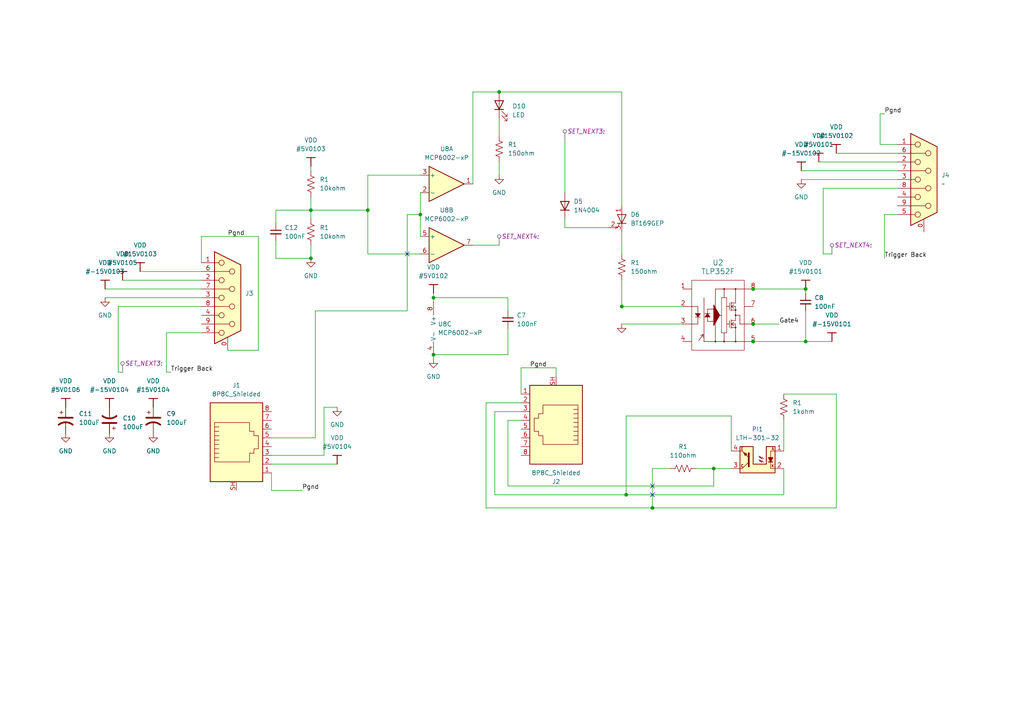
<source format=kicad_sch>
(kicad_sch (version 20230121) (generator eeschema)

  (uuid 6c139911-1697-46f2-b70b-9e253439d3d0)

  (paper "A4")

  (lib_symbols
    (symbol "Adafruit_0.56_7-Segment_QT-altium-import:VDD" (power) (in_bom yes) (on_board yes)
      (property "Reference" "#PWR" (at 0 0 0)
        (effects (font (size 1.27 1.27)))
      )
      (property "Value" "VDD" (at 0 3.81 0)
        (effects (font (size 1.27 1.27)))
      )
      (property "Footprint" "" (at 0 0 0)
        (effects (font (size 1.27 1.27)) hide)
      )
      (property "Datasheet" "" (at 0 0 0)
        (effects (font (size 1.27 1.27)) hide)
      )
      (property "ki_keywords" "power-flag" (at 0 0 0)
        (effects (font (size 1.27 1.27)) hide)
      )
      (property "ki_description" "Power symbol creates a global label with name 'VDD'" (at 0 0 0)
        (effects (font (size 1.27 1.27)) hide)
      )
      (symbol "VDD_0_0"
        (polyline
          (pts
            (xy -1.27 -2.54)
            (xy 1.27 -2.54)
          )
          (stroke (width 0.254) (type solid))
          (fill (type none))
        )
        (polyline
          (pts
            (xy 0 0)
            (xy 0 -2.54)
          )
          (stroke (width 0.254) (type solid))
          (fill (type none))
        )
        (pin power_in line (at 0 0 0) (length 0) hide
          (name "VDD" (effects (font (size 1.27 1.27))))
          (number "" (effects (font (size 1.27 1.27))))
        )
      )
    )
    (symbol "Amplifier_Operational:MCP6002-xP" (pin_names (offset 0.127)) (in_bom yes) (on_board yes)
      (property "Reference" "U" (at 0 5.08 0)
        (effects (font (size 1.27 1.27)) (justify left))
      )
      (property "Value" "MCP6002-xP" (at 0 -5.08 0)
        (effects (font (size 1.27 1.27)) (justify left))
      )
      (property "Footprint" "" (at 0 0 0)
        (effects (font (size 1.27 1.27)) hide)
      )
      (property "Datasheet" "http://ww1.microchip.com/downloads/en/DeviceDoc/21733j.pdf" (at 0 0 0)
        (effects (font (size 1.27 1.27)) hide)
      )
      (property "ki_locked" "" (at 0 0 0)
        (effects (font (size 1.27 1.27)))
      )
      (property "ki_keywords" "dual opamp" (at 0 0 0)
        (effects (font (size 1.27 1.27)) hide)
      )
      (property "ki_description" "1MHz, Low-Power Op Amp, DIP-8" (at 0 0 0)
        (effects (font (size 1.27 1.27)) hide)
      )
      (property "ki_fp_filters" "SOIC*3.9x4.9mm*P1.27mm* DIP*W7.62mm* TO*99* OnSemi*Micro8* TSSOP*3x3mm*P0.65mm* TSSOP*4.4x3mm*P0.65mm* MSOP*3x3mm*P0.65mm* SSOP*3.9x4.9mm*P0.635mm* LFCSP*2x2mm*P0.5mm* *SIP* SOIC*5.3x6.2mm*P1.27mm*" (at 0 0 0)
        (effects (font (size 1.27 1.27)) hide)
      )
      (symbol "MCP6002-xP_1_1"
        (polyline
          (pts
            (xy -5.08 5.08)
            (xy 5.08 0)
            (xy -5.08 -5.08)
            (xy -5.08 5.08)
          )
          (stroke (width 0.254) (type default))
          (fill (type background))
        )
        (pin output line (at 7.62 0 180) (length 2.54)
          (name "~" (effects (font (size 1.27 1.27))))
          (number "1" (effects (font (size 1.27 1.27))))
        )
        (pin input line (at -7.62 -2.54 0) (length 2.54)
          (name "-" (effects (font (size 1.27 1.27))))
          (number "2" (effects (font (size 1.27 1.27))))
        )
        (pin input line (at -7.62 2.54 0) (length 2.54)
          (name "+" (effects (font (size 1.27 1.27))))
          (number "3" (effects (font (size 1.27 1.27))))
        )
      )
      (symbol "MCP6002-xP_2_1"
        (polyline
          (pts
            (xy -5.08 5.08)
            (xy 5.08 0)
            (xy -5.08 -5.08)
            (xy -5.08 5.08)
          )
          (stroke (width 0.254) (type default))
          (fill (type background))
        )
        (pin input line (at -7.62 2.54 0) (length 2.54)
          (name "+" (effects (font (size 1.27 1.27))))
          (number "5" (effects (font (size 1.27 1.27))))
        )
        (pin input line (at -7.62 -2.54 0) (length 2.54)
          (name "-" (effects (font (size 1.27 1.27))))
          (number "6" (effects (font (size 1.27 1.27))))
        )
        (pin output line (at 7.62 0 180) (length 2.54)
          (name "~" (effects (font (size 1.27 1.27))))
          (number "7" (effects (font (size 1.27 1.27))))
        )
      )
      (symbol "MCP6002-xP_3_1"
        (pin power_in line (at -2.54 -7.62 90) (length 3.81)
          (name "V-" (effects (font (size 1.27 1.27))))
          (number "4" (effects (font (size 1.27 1.27))))
        )
        (pin power_in line (at -2.54 7.62 270) (length 3.81)
          (name "V+" (effects (font (size 1.27 1.27))))
          (number "8" (effects (font (size 1.27 1.27))))
        )
      )
    )
    (symbol "Connector:8P8C_Shielded" (pin_names (offset 1.016)) (in_bom yes) (on_board yes)
      (property "Reference" "J" (at -5.08 13.97 0)
        (effects (font (size 1.27 1.27)) (justify right))
      )
      (property "Value" "8P8C_Shielded" (at 2.54 13.97 0)
        (effects (font (size 1.27 1.27)) (justify left))
      )
      (property "Footprint" "" (at 0 0.635 90)
        (effects (font (size 1.27 1.27)) hide)
      )
      (property "Datasheet" "~" (at 0 0.635 90)
        (effects (font (size 1.27 1.27)) hide)
      )
      (property "ki_keywords" "8P8C RJ socket connector" (at 0 0 0)
        (effects (font (size 1.27 1.27)) hide)
      )
      (property "ki_description" "RJ connector, 8P8C (8 positions 8 connected), RJ31/RJ32/RJ33/RJ34/RJ35/RJ41/RJ45/RJ49/RJ61, Shielded" (at 0 0 0)
        (effects (font (size 1.27 1.27)) hide)
      )
      (property "ki_fp_filters" "8P8C* RJ31* RJ32* RJ33* RJ34* RJ35* RJ41* RJ45* RJ49* RJ61*" (at 0 0 0)
        (effects (font (size 1.27 1.27)) hide)
      )
      (symbol "8P8C_Shielded_0_1"
        (polyline
          (pts
            (xy -5.08 4.445)
            (xy -6.35 4.445)
          )
          (stroke (width 0) (type default))
          (fill (type none))
        )
        (polyline
          (pts
            (xy -5.08 5.715)
            (xy -6.35 5.715)
          )
          (stroke (width 0) (type default))
          (fill (type none))
        )
        (polyline
          (pts
            (xy -6.35 -3.175)
            (xy -5.08 -3.175)
            (xy -5.08 -3.175)
          )
          (stroke (width 0) (type default))
          (fill (type none))
        )
        (polyline
          (pts
            (xy -6.35 -1.905)
            (xy -5.08 -1.905)
            (xy -5.08 -1.905)
          )
          (stroke (width 0) (type default))
          (fill (type none))
        )
        (polyline
          (pts
            (xy -6.35 -0.635)
            (xy -5.08 -0.635)
            (xy -5.08 -0.635)
          )
          (stroke (width 0) (type default))
          (fill (type none))
        )
        (polyline
          (pts
            (xy -6.35 0.635)
            (xy -5.08 0.635)
            (xy -5.08 0.635)
          )
          (stroke (width 0) (type default))
          (fill (type none))
        )
        (polyline
          (pts
            (xy -6.35 1.905)
            (xy -5.08 1.905)
            (xy -5.08 1.905)
          )
          (stroke (width 0) (type default))
          (fill (type none))
        )
        (polyline
          (pts
            (xy -5.08 3.175)
            (xy -6.35 3.175)
            (xy -6.35 3.175)
          )
          (stroke (width 0) (type default))
          (fill (type none))
        )
        (polyline
          (pts
            (xy -6.35 -4.445)
            (xy -6.35 6.985)
            (xy 3.81 6.985)
            (xy 3.81 4.445)
            (xy 5.08 4.445)
            (xy 5.08 3.175)
            (xy 6.35 3.175)
            (xy 6.35 -0.635)
            (xy 5.08 -0.635)
            (xy 5.08 -1.905)
            (xy 3.81 -1.905)
            (xy 3.81 -4.445)
            (xy -6.35 -4.445)
            (xy -6.35 -4.445)
          )
          (stroke (width 0) (type default))
          (fill (type none))
        )
        (rectangle (start 7.62 12.7) (end -7.62 -10.16)
          (stroke (width 0.254) (type default))
          (fill (type background))
        )
      )
      (symbol "8P8C_Shielded_1_1"
        (pin passive line (at 10.16 -7.62 180) (length 2.54)
          (name "~" (effects (font (size 1.27 1.27))))
          (number "1" (effects (font (size 1.27 1.27))))
        )
        (pin passive line (at 10.16 -5.08 180) (length 2.54)
          (name "~" (effects (font (size 1.27 1.27))))
          (number "2" (effects (font (size 1.27 1.27))))
        )
        (pin passive line (at 10.16 -2.54 180) (length 2.54)
          (name "~" (effects (font (size 1.27 1.27))))
          (number "3" (effects (font (size 1.27 1.27))))
        )
        (pin passive line (at 10.16 0 180) (length 2.54)
          (name "~" (effects (font (size 1.27 1.27))))
          (number "4" (effects (font (size 1.27 1.27))))
        )
        (pin passive line (at 10.16 2.54 180) (length 2.54)
          (name "~" (effects (font (size 1.27 1.27))))
          (number "5" (effects (font (size 1.27 1.27))))
        )
        (pin passive line (at 10.16 5.08 180) (length 2.54)
          (name "~" (effects (font (size 1.27 1.27))))
          (number "6" (effects (font (size 1.27 1.27))))
        )
        (pin passive line (at 10.16 7.62 180) (length 2.54)
          (name "~" (effects (font (size 1.27 1.27))))
          (number "7" (effects (font (size 1.27 1.27))))
        )
        (pin passive line (at 10.16 10.16 180) (length 2.54)
          (name "~" (effects (font (size 1.27 1.27))))
          (number "8" (effects (font (size 1.27 1.27))))
        )
        (pin passive line (at 0 -12.7 90) (length 2.54)
          (name "~" (effects (font (size 1.27 1.27))))
          (number "SH" (effects (font (size 1.27 1.27))))
        )
      )
    )
    (symbol "Connector:DE9_Receptacle_MountingHoles" (pin_names (offset 1.016) hide) (in_bom yes) (on_board yes)
      (property "Reference" "J" (at 0 16.51 0)
        (effects (font (size 1.27 1.27)))
      )
      (property "Value" "DE9_Receptacle_MountingHoles" (at 0 14.605 0)
        (effects (font (size 1.27 1.27)))
      )
      (property "Footprint" "" (at 0 0 0)
        (effects (font (size 1.27 1.27)) hide)
      )
      (property "Datasheet" " ~" (at 0 0 0)
        (effects (font (size 1.27 1.27)) hide)
      )
      (property "ki_keywords" "connector receptacle female D-SUB DB9" (at 0 0 0)
        (effects (font (size 1.27 1.27)) hide)
      )
      (property "ki_description" "9-pin female receptacle socket D-SUB connector, Mounting Hole" (at 0 0 0)
        (effects (font (size 1.27 1.27)) hide)
      )
      (property "ki_fp_filters" "DSUB*Female*" (at 0 0 0)
        (effects (font (size 1.27 1.27)) hide)
      )
      (symbol "DE9_Receptacle_MountingHoles_0_1"
        (circle (center -1.778 -10.16) (radius 0.762)
          (stroke (width 0) (type default))
          (fill (type none))
        )
        (circle (center -1.778 -5.08) (radius 0.762)
          (stroke (width 0) (type default))
          (fill (type none))
        )
        (circle (center -1.778 0) (radius 0.762)
          (stroke (width 0) (type default))
          (fill (type none))
        )
        (circle (center -1.778 5.08) (radius 0.762)
          (stroke (width 0) (type default))
          (fill (type none))
        )
        (circle (center -1.778 10.16) (radius 0.762)
          (stroke (width 0) (type default))
          (fill (type none))
        )
        (polyline
          (pts
            (xy -3.81 -10.16)
            (xy -2.54 -10.16)
          )
          (stroke (width 0) (type default))
          (fill (type none))
        )
        (polyline
          (pts
            (xy -3.81 -7.62)
            (xy 0.508 -7.62)
          )
          (stroke (width 0) (type default))
          (fill (type none))
        )
        (polyline
          (pts
            (xy -3.81 -5.08)
            (xy -2.54 -5.08)
          )
          (stroke (width 0) (type default))
          (fill (type none))
        )
        (polyline
          (pts
            (xy -3.81 -2.54)
            (xy 0.508 -2.54)
          )
          (stroke (width 0) (type default))
          (fill (type none))
        )
        (polyline
          (pts
            (xy -3.81 0)
            (xy -2.54 0)
          )
          (stroke (width 0) (type default))
          (fill (type none))
        )
        (polyline
          (pts
            (xy -3.81 2.54)
            (xy 0.508 2.54)
          )
          (stroke (width 0) (type default))
          (fill (type none))
        )
        (polyline
          (pts
            (xy -3.81 5.08)
            (xy -2.54 5.08)
          )
          (stroke (width 0) (type default))
          (fill (type none))
        )
        (polyline
          (pts
            (xy -3.81 7.62)
            (xy 0.508 7.62)
          )
          (stroke (width 0) (type default))
          (fill (type none))
        )
        (polyline
          (pts
            (xy -3.81 10.16)
            (xy -2.54 10.16)
          )
          (stroke (width 0) (type default))
          (fill (type none))
        )
        (polyline
          (pts
            (xy -3.81 13.335)
            (xy -3.81 -13.335)
            (xy 3.81 -9.525)
            (xy 3.81 9.525)
            (xy -3.81 13.335)
          )
          (stroke (width 0.254) (type default))
          (fill (type background))
        )
        (circle (center 1.27 -7.62) (radius 0.762)
          (stroke (width 0) (type default))
          (fill (type none))
        )
        (circle (center 1.27 -2.54) (radius 0.762)
          (stroke (width 0) (type default))
          (fill (type none))
        )
        (circle (center 1.27 2.54) (radius 0.762)
          (stroke (width 0) (type default))
          (fill (type none))
        )
        (circle (center 1.27 7.62) (radius 0.762)
          (stroke (width 0) (type default))
          (fill (type none))
        )
      )
      (symbol "DE9_Receptacle_MountingHoles_1_1"
        (pin passive line (at 0 -15.24 90) (length 3.81)
          (name "PAD" (effects (font (size 1.27 1.27))))
          (number "0" (effects (font (size 1.27 1.27))))
        )
        (pin passive line (at -7.62 10.16 0) (length 3.81)
          (name "1" (effects (font (size 1.27 1.27))))
          (number "1" (effects (font (size 1.27 1.27))))
        )
        (pin passive line (at -7.62 5.08 0) (length 3.81)
          (name "2" (effects (font (size 1.27 1.27))))
          (number "2" (effects (font (size 1.27 1.27))))
        )
        (pin passive line (at -7.62 0 0) (length 3.81)
          (name "3" (effects (font (size 1.27 1.27))))
          (number "3" (effects (font (size 1.27 1.27))))
        )
        (pin passive line (at -7.62 -5.08 0) (length 3.81)
          (name "4" (effects (font (size 1.27 1.27))))
          (number "4" (effects (font (size 1.27 1.27))))
        )
        (pin passive line (at -7.62 -10.16 0) (length 3.81)
          (name "5" (effects (font (size 1.27 1.27))))
          (number "5" (effects (font (size 1.27 1.27))))
        )
        (pin passive line (at -7.62 7.62 0) (length 3.81)
          (name "6" (effects (font (size 1.27 1.27))))
          (number "6" (effects (font (size 1.27 1.27))))
        )
        (pin passive line (at -7.62 2.54 0) (length 3.81)
          (name "7" (effects (font (size 1.27 1.27))))
          (number "7" (effects (font (size 1.27 1.27))))
        )
        (pin passive line (at -7.62 -2.54 0) (length 3.81)
          (name "8" (effects (font (size 1.27 1.27))))
          (number "8" (effects (font (size 1.27 1.27))))
        )
        (pin passive line (at -7.62 -7.62 0) (length 3.81)
          (name "9" (effects (font (size 1.27 1.27))))
          (number "9" (effects (font (size 1.27 1.27))))
        )
      )
    )
    (symbol "Device:C_Polarized_US" (pin_numbers hide) (pin_names (offset 0.254) hide) (in_bom yes) (on_board yes)
      (property "Reference" "C" (at 0.635 2.54 0)
        (effects (font (size 1.27 1.27)) (justify left))
      )
      (property "Value" "C_Polarized_US" (at 0.635 -2.54 0)
        (effects (font (size 1.27 1.27)) (justify left))
      )
      (property "Footprint" "" (at 0 0 0)
        (effects (font (size 1.27 1.27)) hide)
      )
      (property "Datasheet" "~" (at 0 0 0)
        (effects (font (size 1.27 1.27)) hide)
      )
      (property "ki_keywords" "cap capacitor" (at 0 0 0)
        (effects (font (size 1.27 1.27)) hide)
      )
      (property "ki_description" "Polarized capacitor, US symbol" (at 0 0 0)
        (effects (font (size 1.27 1.27)) hide)
      )
      (property "ki_fp_filters" "CP_*" (at 0 0 0)
        (effects (font (size 1.27 1.27)) hide)
      )
      (symbol "C_Polarized_US_0_1"
        (polyline
          (pts
            (xy -2.032 0.762)
            (xy 2.032 0.762)
          )
          (stroke (width 0.508) (type default))
          (fill (type none))
        )
        (polyline
          (pts
            (xy -1.778 2.286)
            (xy -0.762 2.286)
          )
          (stroke (width 0) (type default))
          (fill (type none))
        )
        (polyline
          (pts
            (xy -1.27 1.778)
            (xy -1.27 2.794)
          )
          (stroke (width 0) (type default))
          (fill (type none))
        )
        (arc (start 2.032 -1.27) (mid 0 -0.5572) (end -2.032 -1.27)
          (stroke (width 0.508) (type default))
          (fill (type none))
        )
      )
      (symbol "C_Polarized_US_1_1"
        (pin passive line (at 0 3.81 270) (length 2.794)
          (name "~" (effects (font (size 1.27 1.27))))
          (number "1" (effects (font (size 1.27 1.27))))
        )
        (pin passive line (at 0 -3.81 90) (length 3.302)
          (name "~" (effects (font (size 1.27 1.27))))
          (number "2" (effects (font (size 1.27 1.27))))
        )
      )
    )
    (symbol "Device:C_Small" (pin_numbers hide) (pin_names (offset 0.254) hide) (in_bom yes) (on_board yes)
      (property "Reference" "C" (at 0.254 1.778 0)
        (effects (font (size 1.27 1.27)) (justify left))
      )
      (property "Value" "C_Small" (at 0.254 -2.032 0)
        (effects (font (size 1.27 1.27)) (justify left))
      )
      (property "Footprint" "" (at 0 0 0)
        (effects (font (size 1.27 1.27)) hide)
      )
      (property "Datasheet" "~" (at 0 0 0)
        (effects (font (size 1.27 1.27)) hide)
      )
      (property "ki_keywords" "capacitor cap" (at 0 0 0)
        (effects (font (size 1.27 1.27)) hide)
      )
      (property "ki_description" "Unpolarized capacitor, small symbol" (at 0 0 0)
        (effects (font (size 1.27 1.27)) hide)
      )
      (property "ki_fp_filters" "C_*" (at 0 0 0)
        (effects (font (size 1.27 1.27)) hide)
      )
      (symbol "C_Small_0_1"
        (polyline
          (pts
            (xy -1.524 -0.508)
            (xy 1.524 -0.508)
          )
          (stroke (width 0.3302) (type default))
          (fill (type none))
        )
        (polyline
          (pts
            (xy -1.524 0.508)
            (xy 1.524 0.508)
          )
          (stroke (width 0.3048) (type default))
          (fill (type none))
        )
      )
      (symbol "C_Small_1_1"
        (pin passive line (at 0 2.54 270) (length 2.032)
          (name "~" (effects (font (size 1.27 1.27))))
          (number "1" (effects (font (size 1.27 1.27))))
        )
        (pin passive line (at 0 -2.54 90) (length 2.032)
          (name "~" (effects (font (size 1.27 1.27))))
          (number "2" (effects (font (size 1.27 1.27))))
        )
      )
    )
    (symbol "Device:LED" (pin_numbers hide) (pin_names (offset 1.016) hide) (in_bom yes) (on_board yes)
      (property "Reference" "D" (at 0 2.54 0)
        (effects (font (size 1.27 1.27)))
      )
      (property "Value" "LED" (at 0 -2.54 0)
        (effects (font (size 1.27 1.27)))
      )
      (property "Footprint" "" (at 0 0 0)
        (effects (font (size 1.27 1.27)) hide)
      )
      (property "Datasheet" "~" (at 0 0 0)
        (effects (font (size 1.27 1.27)) hide)
      )
      (property "ki_keywords" "LED diode" (at 0 0 0)
        (effects (font (size 1.27 1.27)) hide)
      )
      (property "ki_description" "Light emitting diode" (at 0 0 0)
        (effects (font (size 1.27 1.27)) hide)
      )
      (property "ki_fp_filters" "LED* LED_SMD:* LED_THT:*" (at 0 0 0)
        (effects (font (size 1.27 1.27)) hide)
      )
      (symbol "LED_0_1"
        (polyline
          (pts
            (xy -1.27 -1.27)
            (xy -1.27 1.27)
          )
          (stroke (width 0.254) (type default))
          (fill (type none))
        )
        (polyline
          (pts
            (xy -1.27 0)
            (xy 1.27 0)
          )
          (stroke (width 0) (type default))
          (fill (type none))
        )
        (polyline
          (pts
            (xy 1.27 -1.27)
            (xy 1.27 1.27)
            (xy -1.27 0)
            (xy 1.27 -1.27)
          )
          (stroke (width 0.254) (type default))
          (fill (type none))
        )
        (polyline
          (pts
            (xy -3.048 -0.762)
            (xy -4.572 -2.286)
            (xy -3.81 -2.286)
            (xy -4.572 -2.286)
            (xy -4.572 -1.524)
          )
          (stroke (width 0) (type default))
          (fill (type none))
        )
        (polyline
          (pts
            (xy -1.778 -0.762)
            (xy -3.302 -2.286)
            (xy -2.54 -2.286)
            (xy -3.302 -2.286)
            (xy -3.302 -1.524)
          )
          (stroke (width 0) (type default))
          (fill (type none))
        )
      )
      (symbol "LED_1_1"
        (pin passive line (at -3.81 0 0) (length 2.54)
          (name "K" (effects (font (size 1.27 1.27))))
          (number "1" (effects (font (size 1.27 1.27))))
        )
        (pin passive line (at 3.81 0 180) (length 2.54)
          (name "A" (effects (font (size 1.27 1.27))))
          (number "2" (effects (font (size 1.27 1.27))))
        )
      )
    )
    (symbol "Device:Q_SCR_AGK" (pin_names (offset 0) hide) (in_bom yes) (on_board yes)
      (property "Reference" "D" (at 1.905 0.635 0)
        (effects (font (size 1.27 1.27)) (justify left))
      )
      (property "Value" "Q_SCR_AGK" (at 1.905 -1.27 0)
        (effects (font (size 1.27 1.27)) (justify left))
      )
      (property "Footprint" "" (at 0 0 90)
        (effects (font (size 1.27 1.27)) hide)
      )
      (property "Datasheet" "~" (at 0 0 90)
        (effects (font (size 1.27 1.27)) hide)
      )
      (property "ki_keywords" "SCR thyristor" (at 0 0 0)
        (effects (font (size 1.27 1.27)) hide)
      )
      (property "ki_description" "Silicon controlled rectifier, anode/gate/cathode" (at 0 0 0)
        (effects (font (size 1.27 1.27)) hide)
      )
      (symbol "Q_SCR_AGK_0_1"
        (polyline
          (pts
            (xy -1.27 -2.54)
            (xy -0.635 -1.27)
          )
          (stroke (width 0) (type default))
          (fill (type none))
        )
        (polyline
          (pts
            (xy -1.27 -1.27)
            (xy 1.27 -1.27)
          )
          (stroke (width 0.2032) (type default))
          (fill (type none))
        )
        (polyline
          (pts
            (xy 0 -2.54)
            (xy 0 2.54)
          )
          (stroke (width 0) (type default))
          (fill (type none))
        )
        (polyline
          (pts
            (xy -1.27 1.27)
            (xy 1.27 1.27)
            (xy 0 -1.27)
            (xy -1.27 1.27)
          )
          (stroke (width 0.2032) (type default))
          (fill (type none))
        )
      )
      (symbol "Q_SCR_AGK_1_1"
        (pin passive line (at 0 3.81 270) (length 2.54)
          (name "A" (effects (font (size 1.27 1.27))))
          (number "1" (effects (font (size 1.27 1.27))))
        )
        (pin input line (at -3.81 -2.54 0) (length 2.54)
          (name "G" (effects (font (size 1.27 1.27))))
          (number "2" (effects (font (size 1.27 1.27))))
        )
        (pin passive line (at 0 -3.81 90) (length 2.54)
          (name "K" (effects (font (size 1.27 1.27))))
          (number "3" (effects (font (size 1.27 1.27))))
        )
      )
    )
    (symbol "Device:R_US" (pin_numbers hide) (pin_names (offset 0)) (in_bom yes) (on_board yes)
      (property "Reference" "R" (at 2.54 0 90)
        (effects (font (size 1.27 1.27)))
      )
      (property "Value" "R_US" (at -2.54 0 90)
        (effects (font (size 1.27 1.27)))
      )
      (property "Footprint" "" (at 1.016 -0.254 90)
        (effects (font (size 1.27 1.27)) hide)
      )
      (property "Datasheet" "~" (at 0 0 0)
        (effects (font (size 1.27 1.27)) hide)
      )
      (property "ki_keywords" "R res resistor" (at 0 0 0)
        (effects (font (size 1.27 1.27)) hide)
      )
      (property "ki_description" "Resistor, US symbol" (at 0 0 0)
        (effects (font (size 1.27 1.27)) hide)
      )
      (property "ki_fp_filters" "R_*" (at 0 0 0)
        (effects (font (size 1.27 1.27)) hide)
      )
      (symbol "R_US_0_1"
        (polyline
          (pts
            (xy 0 -2.286)
            (xy 0 -2.54)
          )
          (stroke (width 0) (type default))
          (fill (type none))
        )
        (polyline
          (pts
            (xy 0 2.286)
            (xy 0 2.54)
          )
          (stroke (width 0) (type default))
          (fill (type none))
        )
        (polyline
          (pts
            (xy 0 -0.762)
            (xy 1.016 -1.143)
            (xy 0 -1.524)
            (xy -1.016 -1.905)
            (xy 0 -2.286)
          )
          (stroke (width 0) (type default))
          (fill (type none))
        )
        (polyline
          (pts
            (xy 0 0.762)
            (xy 1.016 0.381)
            (xy 0 0)
            (xy -1.016 -0.381)
            (xy 0 -0.762)
          )
          (stroke (width 0) (type default))
          (fill (type none))
        )
        (polyline
          (pts
            (xy 0 2.286)
            (xy 1.016 1.905)
            (xy 0 1.524)
            (xy -1.016 1.143)
            (xy 0 0.762)
          )
          (stroke (width 0) (type default))
          (fill (type none))
        )
      )
      (symbol "R_US_1_1"
        (pin passive line (at 0 3.81 270) (length 1.27)
          (name "~" (effects (font (size 1.27 1.27))))
          (number "1" (effects (font (size 1.27 1.27))))
        )
        (pin passive line (at 0 -3.81 90) (length 1.27)
          (name "~" (effects (font (size 1.27 1.27))))
          (number "2" (effects (font (size 1.27 1.27))))
        )
      )
    )
    (symbol "Diode:1N914" (pin_numbers hide) (pin_names hide) (in_bom yes) (on_board yes)
      (property "Reference" "D" (at 0 2.54 0)
        (effects (font (size 1.27 1.27)))
      )
      (property "Value" "1N914" (at 0 -2.54 0)
        (effects (font (size 1.27 1.27)))
      )
      (property "Footprint" "Diode_THT:D_DO-35_SOD27_P7.62mm_Horizontal" (at 0 -4.445 0)
        (effects (font (size 1.27 1.27)) hide)
      )
      (property "Datasheet" "http://www.vishay.com/docs/85622/1n914.pdf" (at 0 0 0)
        (effects (font (size 1.27 1.27)) hide)
      )
      (property "Sim.Device" "D" (at 0 0 0)
        (effects (font (size 1.27 1.27)) hide)
      )
      (property "Sim.Pins" "1=K 2=A" (at 0 0 0)
        (effects (font (size 1.27 1.27)) hide)
      )
      (property "ki_keywords" "diode" (at 0 0 0)
        (effects (font (size 1.27 1.27)) hide)
      )
      (property "ki_description" "100V 0.3A Small Signal Fast Switching Diode, DO-35" (at 0 0 0)
        (effects (font (size 1.27 1.27)) hide)
      )
      (property "ki_fp_filters" "D*DO?35*" (at 0 0 0)
        (effects (font (size 1.27 1.27)) hide)
      )
      (symbol "1N914_0_1"
        (polyline
          (pts
            (xy -1.27 1.27)
            (xy -1.27 -1.27)
          )
          (stroke (width 0.254) (type default))
          (fill (type none))
        )
        (polyline
          (pts
            (xy 1.27 0)
            (xy -1.27 0)
          )
          (stroke (width 0) (type default))
          (fill (type none))
        )
        (polyline
          (pts
            (xy 1.27 1.27)
            (xy 1.27 -1.27)
            (xy -1.27 0)
            (xy 1.27 1.27)
          )
          (stroke (width 0.254) (type default))
          (fill (type none))
        )
      )
      (symbol "1N914_1_1"
        (pin passive line (at -3.81 0 0) (length 2.54)
          (name "K" (effects (font (size 1.27 1.27))))
          (number "1" (effects (font (size 1.27 1.27))))
        )
        (pin passive line (at 3.81 0 180) (length 2.54)
          (name "A" (effects (font (size 1.27 1.27))))
          (number "2" (effects (font (size 1.27 1.27))))
        )
      )
    )
    (symbol "Sensor_Proximity:ITR9608-F" (in_bom yes) (on_board yes)
      (property "Reference" "U" (at -5.08 5.08 0)
        (effects (font (size 1.27 1.27)) (justify left))
      )
      (property "Value" "ITR9608-F" (at 0 -5.08 0)
        (effects (font (size 1.27 1.27)))
      )
      (property "Footprint" "OptoDevice:Everlight_ITR9608-F" (at 0 -6.35 0)
        (effects (font (size 1.27 1.27) italic) hide)
      )
      (property "Datasheet" "https://everlighteurope.com/index.php?controller=attachment&id_attachment=5389" (at -1.27 6.35 0)
        (effects (font (size 1.27 1.27)) hide)
      )
      (property "ki_keywords" "Photointerrupter opto interrupter infrared LED fast response time infrared 940nm 5mm gap" (at 0 0 0)
        (effects (font (size 1.27 1.27)) hide)
      )
      (property "ki_description" "Photointerrupter infrared LED with photo IC, -25 to +85 degree Celsius" (at 0 0 0)
        (effects (font (size 1.27 1.27)) hide)
      )
      (property "ki_fp_filters" "*ITR9608*" (at 0 0 0)
        (effects (font (size 1.27 1.27)) hide)
      )
      (symbol "ITR9608-F_0_0"
        (text "A" (at -4.445 3.175 0)
          (effects (font (size 0.762 0.762)))
        )
        (text "C" (at 4.445 -1.778 0)
          (effects (font (size 0.762 0.762)))
        )
        (text "E" (at 4.445 3.175 0)
          (effects (font (size 0.762 0.762)))
        )
        (text "K" (at -4.445 -1.778 0)
          (effects (font (size 0.762 0.762)))
        )
      )
      (symbol "ITR9608-F_0_1"
        (polyline
          (pts
            (xy -4.445 -0.635)
            (xy -3.175 -0.635)
          )
          (stroke (width 0.254) (type default))
          (fill (type none))
        )
        (polyline
          (pts
            (xy 2.54 -0.635)
            (xy 4.445 -2.54)
          )
          (stroke (width 0) (type default))
          (fill (type none))
        )
        (polyline
          (pts
            (xy 4.445 -2.54)
            (xy 5.08 -2.54)
          )
          (stroke (width 0) (type default))
          (fill (type none))
        )
        (polyline
          (pts
            (xy 4.445 2.54)
            (xy 2.54 0.635)
          )
          (stroke (width 0) (type default))
          (fill (type outline))
        )
        (polyline
          (pts
            (xy 4.445 2.54)
            (xy 5.08 2.54)
          )
          (stroke (width 0) (type default))
          (fill (type none))
        )
        (polyline
          (pts
            (xy -5.08 -2.54)
            (xy -3.81 -2.54)
            (xy -3.81 -0.635)
          )
          (stroke (width 0) (type default))
          (fill (type none))
        )
        (polyline
          (pts
            (xy -5.08 2.54)
            (xy -3.81 2.54)
            (xy -3.81 0.635)
          )
          (stroke (width 0) (type default))
          (fill (type none))
        )
        (polyline
          (pts
            (xy 2.54 -1.905)
            (xy 2.54 1.905)
            (xy 2.54 1.905)
          )
          (stroke (width 0.508) (type default))
          (fill (type none))
        )
        (polyline
          (pts
            (xy -3.81 -0.635)
            (xy -4.445 0.635)
            (xy -3.175 0.635)
            (xy -3.81 -0.635)
          )
          (stroke (width 0.254) (type default))
          (fill (type outline))
        )
        (polyline
          (pts
            (xy -1.778 0.254)
            (xy -1.2446 0.762)
            (xy -1.2446 0.254)
            (xy -0.4826 1.016)
          )
          (stroke (width 0) (type default))
          (fill (type none))
        )
        (polyline
          (pts
            (xy -0.4826 1.016)
            (xy -0.9906 0.762)
            (xy -0.7366 0.508)
            (xy -0.4826 1.016)
          )
          (stroke (width 0) (type default))
          (fill (type none))
        )
        (polyline
          (pts
            (xy 3.048 1.651)
            (xy 3.556 1.143)
            (xy 4.064 2.159)
            (xy 3.048 1.651)
            (xy 3.048 1.651)
          )
          (stroke (width 0) (type default))
          (fill (type outline))
        )
        (polyline
          (pts
            (xy -1.778 -0.762)
            (xy -1.2446 -0.254)
            (xy -1.2446 -0.762)
            (xy -0.4826 0)
            (xy -0.9906 -0.254)
            (xy -0.7366 -0.508)
            (xy -0.4826 0)
          )
          (stroke (width 0) (type default))
          (fill (type none))
        )
        (polyline
          (pts
            (xy -5.08 3.81)
            (xy -5.08 -3.81)
            (xy 5.08 -3.81)
            (xy 5.08 3.81)
            (xy 1.27 3.81)
            (xy 1.27 -1.27)
            (xy -2.54 -1.27)
            (xy -2.54 3.81)
            (xy -5.08 3.81)
          )
          (stroke (width 0.254) (type default))
          (fill (type background))
        )
      )
      (symbol "ITR9608-F_1_1"
        (pin passive line (at -7.62 2.54 0) (length 2.54)
          (name "~" (effects (font (size 1.27 1.27))))
          (number "1" (effects (font (size 1.27 1.27))))
        )
        (pin passive line (at -7.62 -2.54 0) (length 2.54)
          (name "~" (effects (font (size 1.27 1.27))))
          (number "2" (effects (font (size 1.27 1.27))))
        )
        (pin open_collector line (at 7.62 -2.54 180) (length 2.54)
          (name "~" (effects (font (size 1.27 1.27))))
          (number "3" (effects (font (size 1.27 1.27))))
        )
        (pin open_emitter line (at 7.62 2.54 180) (length 2.54)
          (name "~" (effects (font (size 1.27 1.27))))
          (number "4" (effects (font (size 1.27 1.27))))
        )
      )
    )
    (symbol "TLP532(F):TLP352F" (pin_names (offset 0.254)) (in_bom yes) (on_board yes)
      (property "Reference" "U3" (at 7.62 5.08 0)
        (effects (font (size 1.524 1.524)))
      )
      (property "Value" "TLP352F" (at 7.62 2.54 0)
        (effects (font (size 1.524 1.524)))
      )
      (property "Footprint" "DIP8_TOS" (at -2.54 5.08 0)
        (effects (font (size 1.27 1.27) italic) hide)
      )
      (property "Datasheet" "TLP352F" (at -2.54 2.54 0)
        (effects (font (size 1.27 1.27) italic) hide)
      )
      (property "ki_locked" "" (at 0 0 0)
        (effects (font (size 1.27 1.27)))
      )
      (property "ki_keywords" "TLP352(F)" (at 0 0 0)
        (effects (font (size 1.27 1.27)) hide)
      )
      (property "ki_fp_filters" "DIP8_TOS" (at 0 0 0)
        (effects (font (size 1.27 1.27)) hide)
      )
      (symbol "TLP352F_0_1"
        (polyline
          (pts
            (xy -2.54 -17.78)
            (xy 0 -17.78)
          )
          (stroke (width 0) (type default))
          (fill (type none))
        )
        (polyline
          (pts
            (xy -2.54 -12.7)
            (xy 0 -12.7)
          )
          (stroke (width 0) (type default))
          (fill (type none))
        )
        (polyline
          (pts
            (xy -2.54 -7.62)
            (xy 0 -7.62)
          )
          (stroke (width 0) (type default))
          (fill (type none))
        )
        (polyline
          (pts
            (xy -2.54 -2.54)
            (xy 0 -2.54)
          )
          (stroke (width 0) (type default))
          (fill (type none))
        )
        (polyline
          (pts
            (xy 0 -20.32)
            (xy 0 0)
          )
          (stroke (width 0.127) (type default))
          (fill (type none))
        )
        (polyline
          (pts
            (xy 0 0)
            (xy 15.24 0)
          )
          (stroke (width 0.127) (type default))
          (fill (type none))
        )
        (polyline
          (pts
            (xy 1.016 -10.668)
            (xy 2.54 -10.668)
          )
          (stroke (width 0) (type default))
          (fill (type none))
        )
        (polyline
          (pts
            (xy 1.778 -12.7)
            (xy 0 -12.7)
          )
          (stroke (width 0) (type default))
          (fill (type none))
        )
        (polyline
          (pts
            (xy 1.778 -12.7)
            (xy 1.778 -10.668)
          )
          (stroke (width 0) (type default))
          (fill (type none))
        )
        (polyline
          (pts
            (xy 1.778 -7.62)
            (xy 0 -7.62)
          )
          (stroke (width 0) (type default))
          (fill (type none))
        )
        (polyline
          (pts
            (xy 1.778 -7.62)
            (xy 1.778 -9.652)
          )
          (stroke (width 0) (type default))
          (fill (type none))
        )
        (polyline
          (pts
            (xy 2.54 -16.002)
            (xy 3.302 -15.748)
          )
          (stroke (width 0) (type default))
          (fill (type none))
        )
        (polyline
          (pts
            (xy 3.302 -16.51)
            (xy 3.302 -15.748)
          )
          (stroke (width 0) (type default))
          (fill (type none))
        )
        (polyline
          (pts
            (xy 3.302 -15.748)
            (xy 2.032 -17.526)
          )
          (stroke (width 0) (type default))
          (fill (type none))
        )
        (polyline
          (pts
            (xy 3.556 -17.78)
            (xy 15.24 -17.78)
          )
          (stroke (width 0) (type default))
          (fill (type none))
        )
        (polyline
          (pts
            (xy 3.556 -5.08)
            (xy 3.556 -17.78)
          )
          (stroke (width 0) (type default))
          (fill (type none))
        )
        (polyline
          (pts
            (xy 3.81 -9.652)
            (xy 5.334 -9.652)
          )
          (stroke (width 0) (type default))
          (fill (type none))
        )
        (polyline
          (pts
            (xy 4.572 -11.938)
            (xy 6.35 -11.938)
          )
          (stroke (width 0) (type default))
          (fill (type none))
        )
        (polyline
          (pts
            (xy 4.572 -10.668)
            (xy 4.572 -11.938)
          )
          (stroke (width 0) (type default))
          (fill (type none))
        )
        (polyline
          (pts
            (xy 4.572 -9.652)
            (xy 4.572 -8.382)
          )
          (stroke (width 0) (type default))
          (fill (type none))
        )
        (polyline
          (pts
            (xy 4.572 -8.382)
            (xy 6.35 -8.382)
          )
          (stroke (width 0) (type default))
          (fill (type none))
        )
        (polyline
          (pts
            (xy 6.858 -17.78)
            (xy 6.858 -12.192)
          )
          (stroke (width 0) (type default))
          (fill (type none))
        )
        (polyline
          (pts
            (xy 6.858 -2.54)
            (xy 6.858 -8.128)
          )
          (stroke (width 0) (type default))
          (fill (type none))
        )
        (polyline
          (pts
            (xy 6.858 -2.54)
            (xy 15.24 -2.54)
          )
          (stroke (width 0) (type default))
          (fill (type none))
        )
        (polyline
          (pts
            (xy 8.128 -10.16)
            (xy 8.636 -10.16)
          )
          (stroke (width 0) (type default))
          (fill (type none))
        )
        (polyline
          (pts
            (xy 8.636 -15.24)
            (xy 8.636 -5.08)
          )
          (stroke (width 0.127) (type default))
          (fill (type none))
        )
        (polyline
          (pts
            (xy 8.636 -5.08)
            (xy 10.16 -5.08)
          )
          (stroke (width 0.127) (type default))
          (fill (type none))
        )
        (polyline
          (pts
            (xy 9.398 -15.24)
            (xy 9.398 -17.78)
          )
          (stroke (width 0) (type default))
          (fill (type none))
        )
        (polyline
          (pts
            (xy 9.398 -5.08)
            (xy 9.398 -2.54)
          )
          (stroke (width 0) (type default))
          (fill (type none))
        )
        (polyline
          (pts
            (xy 10.16 -15.24)
            (xy 8.636 -15.24)
          )
          (stroke (width 0.127) (type default))
          (fill (type none))
        )
        (polyline
          (pts
            (xy 10.16 -12.7)
            (xy 10.922 -12.7)
          )
          (stroke (width 0) (type default))
          (fill (type none))
        )
        (polyline
          (pts
            (xy 10.16 -7.62)
            (xy 10.922 -7.62)
          )
          (stroke (width 0) (type default))
          (fill (type none))
        )
        (polyline
          (pts
            (xy 10.16 -5.08)
            (xy 10.16 -15.24)
          )
          (stroke (width 0.127) (type default))
          (fill (type none))
        )
        (polyline
          (pts
            (xy 10.922 -11.684)
            (xy 10.922 -13.716)
          )
          (stroke (width 0) (type default))
          (fill (type none))
        )
        (polyline
          (pts
            (xy 10.922 -6.604)
            (xy 10.922 -8.636)
          )
          (stroke (width 0) (type default))
          (fill (type none))
        )
        (polyline
          (pts
            (xy 11.43 -13.716)
            (xy 12.7 -13.716)
          )
          (stroke (width 0) (type default))
          (fill (type none))
        )
        (polyline
          (pts
            (xy 11.43 -12.7)
            (xy 12.192 -13.208)
          )
          (stroke (width 0) (type default))
          (fill (type none))
        )
        (polyline
          (pts
            (xy 11.43 -12.7)
            (xy 12.192 -12.192)
          )
          (stroke (width 0) (type default))
          (fill (type none))
        )
        (polyline
          (pts
            (xy 11.43 -12.7)
            (xy 12.7 -12.7)
          )
          (stroke (width 0) (type default))
          (fill (type none))
        )
        (polyline
          (pts
            (xy 11.43 -11.684)
            (xy 12.7 -11.684)
          )
          (stroke (width 0) (type default))
          (fill (type none))
        )
        (polyline
          (pts
            (xy 11.43 -11.43)
            (xy 11.43 -13.97)
          )
          (stroke (width 0) (type default))
          (fill (type none))
        )
        (polyline
          (pts
            (xy 11.43 -8.636)
            (xy 12.7 -8.636)
          )
          (stroke (width 0) (type default))
          (fill (type none))
        )
        (polyline
          (pts
            (xy 11.43 -7.62)
            (xy 12.192 -8.128)
          )
          (stroke (width 0) (type default))
          (fill (type none))
        )
        (polyline
          (pts
            (xy 11.43 -7.62)
            (xy 12.192 -7.112)
          )
          (stroke (width 0) (type default))
          (fill (type none))
        )
        (polyline
          (pts
            (xy 11.43 -7.62)
            (xy 12.7 -7.62)
          )
          (stroke (width 0) (type default))
          (fill (type none))
        )
        (polyline
          (pts
            (xy 11.43 -6.604)
            (xy 12.7 -6.604)
          )
          (stroke (width 0) (type default))
          (fill (type none))
        )
        (polyline
          (pts
            (xy 11.43 -6.35)
            (xy 11.43 -8.89)
          )
          (stroke (width 0) (type default))
          (fill (type none))
        )
        (polyline
          (pts
            (xy 12.7 -12.7)
            (xy 12.7 -17.78)
          )
          (stroke (width 0) (type default))
          (fill (type none))
        )
        (polyline
          (pts
            (xy 12.7 -10.16)
            (xy 13.97 -10.16)
          )
          (stroke (width 0) (type default))
          (fill (type none))
        )
        (polyline
          (pts
            (xy 12.7 -7.62)
            (xy 12.7 -11.684)
          )
          (stroke (width 0) (type default))
          (fill (type none))
        )
        (polyline
          (pts
            (xy 12.7 -6.604)
            (xy 12.7 -2.54)
          )
          (stroke (width 0) (type default))
          (fill (type none))
        )
        (polyline
          (pts
            (xy 13.97 -12.7)
            (xy 15.24 -12.7)
          )
          (stroke (width 0) (type default))
          (fill (type none))
        )
        (polyline
          (pts
            (xy 13.97 -10.16)
            (xy 13.97 -12.7)
          )
          (stroke (width 0) (type default))
          (fill (type none))
        )
        (polyline
          (pts
            (xy 15.24 -20.32)
            (xy 0 -20.32)
          )
          (stroke (width 0.127) (type default))
          (fill (type none))
        )
        (polyline
          (pts
            (xy 15.24 0)
            (xy 15.24 -20.32)
          )
          (stroke (width 0.127) (type default))
          (fill (type none))
        )
        (polyline
          (pts
            (xy 17.78 -17.78)
            (xy 15.24 -17.78)
          )
          (stroke (width 0) (type default))
          (fill (type none))
        )
        (polyline
          (pts
            (xy 17.78 -12.7)
            (xy 15.24 -12.7)
          )
          (stroke (width 0) (type default))
          (fill (type none))
        )
        (polyline
          (pts
            (xy 17.78 -7.62)
            (xy 15.24 -7.62)
          )
          (stroke (width 0) (type default))
          (fill (type none))
        )
        (polyline
          (pts
            (xy 17.78 -2.54)
            (xy 15.24 -2.54)
          )
          (stroke (width 0) (type default))
          (fill (type none))
        )
        (polyline
          (pts
            (xy 1.016 -9.652)
            (xy 1.016 -9.652)
            (xy 2.54 -9.652)
            (xy 1.778 -10.668)
            (xy 1.016 -9.652)
          )
          (stroke (width 0) (type default))
          (fill (type outline))
        )
        (polyline
          (pts
            (xy 3.81 -10.668)
            (xy 3.81 -10.668)
            (xy 5.334 -10.668)
            (xy 4.572 -9.652)
            (xy 3.81 -10.668)
          )
          (stroke (width 0) (type default))
          (fill (type outline))
        )
        (polyline
          (pts
            (xy 6.35 -7.112)
            (xy 6.35 -7.112)
            (xy 6.35 -13.208)
            (xy 8.128 -10.16)
            (xy 6.35 -7.112)
          )
          (stroke (width 0) (type default))
          (fill (type outline))
        )
        (circle (center 6.858 -17.78) (radius 0.127)
          (stroke (width 0.254) (type default))
          (fill (type none))
        )
        (circle (center 9.398 -17.78) (radius 0.127)
          (stroke (width 0.254) (type default))
          (fill (type none))
        )
        (circle (center 9.398 -2.54) (radius 0.127)
          (stroke (width 0.254) (type default))
          (fill (type none))
        )
        (circle (center 12.7 -17.78) (radius 0.127)
          (stroke (width 0.254) (type default))
          (fill (type none))
        )
        (circle (center 12.7 -13.716) (radius 0.127)
          (stroke (width 0.254) (type default))
          (fill (type none))
        )
        (circle (center 12.7 -10.16) (radius 0.127)
          (stroke (width 0.254) (type default))
          (fill (type none))
        )
        (circle (center 12.7 -8.636) (radius 0.127)
          (stroke (width 0.254) (type default))
          (fill (type none))
        )
        (circle (center 12.7 -2.54) (radius 0.127)
          (stroke (width 0.254) (type default))
          (fill (type none))
        )
      )
      (symbol "TLP352F_1_1"
        (pin bidirectional line (at -2.5146 -2.54 180) (length 0.0254)
          (name "" (effects (font (size 1.27 1.27))))
          (number "1" (effects (font (size 1.27 1.27))))
        )
        (pin input line (at -2.5146 -7.62 180) (length 0.0254)
          (name "" (effects (font (size 1.27 1.27))))
          (number "2" (effects (font (size 1.27 1.27))))
        )
        (pin output line (at -2.5146 -12.7 180) (length 0.0254)
          (name "" (effects (font (size 1.27 1.27))))
          (number "3" (effects (font (size 1.27 1.27))))
        )
        (pin bidirectional line (at -2.5146 -17.78 180) (length 0.0254)
          (name "" (effects (font (size 1.27 1.27))))
          (number "4" (effects (font (size 1.27 1.27))))
        )
        (pin input line (at 17.8054 -17.78 180) (length 0.0254)
          (name "" (effects (font (size 1.27 1.27))))
          (number "5" (effects (font (size 1.27 1.27))))
        )
        (pin output line (at 17.8054 -12.7 180) (length 0.0254)
          (name "" (effects (font (size 1.27 1.27))))
          (number "6" (effects (font (size 1.27 1.27))))
        )
        (pin bidirectional line (at 17.8054 -7.62 180) (length 0.0254)
          (name "" (effects (font (size 1.27 1.27))))
          (number "7" (effects (font (size 1.27 1.27))))
        )
        (pin input line (at 17.8054 -2.54 180) (length 0.0254)
          (name "" (effects (font (size 1.27 1.27))))
          (number "8" (effects (font (size 1.27 1.27))))
        )
      )
    )
    (symbol "power:GND" (power) (pin_names (offset 0)) (in_bom yes) (on_board yes)
      (property "Reference" "#PWR" (at 0 -6.35 0)
        (effects (font (size 1.27 1.27)) hide)
      )
      (property "Value" "GND" (at 0 -3.81 0)
        (effects (font (size 1.27 1.27)))
      )
      (property "Footprint" "" (at 0 0 0)
        (effects (font (size 1.27 1.27)) hide)
      )
      (property "Datasheet" "" (at 0 0 0)
        (effects (font (size 1.27 1.27)) hide)
      )
      (property "ki_keywords" "global power" (at 0 0 0)
        (effects (font (size 1.27 1.27)) hide)
      )
      (property "ki_description" "Power symbol creates a global label with name \"GND\" , ground" (at 0 0 0)
        (effects (font (size 1.27 1.27)) hide)
      )
      (symbol "GND_0_1"
        (polyline
          (pts
            (xy 0 0)
            (xy 0 -1.27)
            (xy 1.27 -1.27)
            (xy 0 -2.54)
            (xy -1.27 -1.27)
            (xy 0 -1.27)
          )
          (stroke (width 0) (type default))
          (fill (type none))
        )
      )
      (symbol "GND_1_1"
        (pin power_in line (at 0 0 270) (length 0) hide
          (name "GND" (effects (font (size 1.27 1.27))))
          (number "1" (effects (font (size 1.27 1.27))))
        )
      )
    )
  )

  (junction (at 218.44 83.82) (diameter 0) (color 0 0 0 0)
    (uuid 2418ecc6-ba82-4608-89d6-97f45b47e1d6)
  )
  (junction (at 189.23 147.32) (diameter 0) (color 0 0 0 0)
    (uuid 278ece8e-bc6b-40c1-9fa7-46e0c9901d56)
  )
  (junction (at 218.44 99.06) (diameter 0) (color 0 0 0 0)
    (uuid 27e6f0fb-0db0-4178-808e-37208457561a)
  )
  (junction (at 106.68 60.96) (diameter 0) (color 0 0 0 0)
    (uuid 342d39cb-c14e-4886-bcf2-5ec9a23be317)
  )
  (junction (at 90.17 74.93) (diameter 0) (color 0 0 0 0)
    (uuid 35b77665-216c-4a37-a988-8ae61c3e239c)
  )
  (junction (at 233.68 83.82) (diameter 0) (color 0 0 0 0)
    (uuid 5c48182c-d9ae-40f3-ae67-660366ccc881)
  )
  (junction (at 207.01 135.89) (diameter 0) (color 0 0 0 0)
    (uuid 62a52e74-4dd6-47d4-b9e8-26b58e0a0f57)
  )
  (junction (at 180.34 88.9) (diameter 0) (color 0 0 0 0)
    (uuid 62be43ee-d559-4c65-a84c-ae91af433802)
  )
  (junction (at 233.68 99.06) (diameter 0) (color 0 0 0 0)
    (uuid 7d036524-bdbf-46d2-ab70-c4de3f789ab0)
  )
  (junction (at 125.73 102.87) (diameter 0) (color 0 0 0 0)
    (uuid 82c50cca-597c-4329-aebe-61623de2d1ba)
  )
  (junction (at 125.73 86.36) (diameter 0) (color 0 0 0 0)
    (uuid 85976c1e-88f7-470e-ba11-80b7c6806737)
  )
  (junction (at 181.61 143.51) (diameter 0) (color 0 0 0 0)
    (uuid 99dc5e02-944a-48d7-ae4c-4fcd482c05b4)
  )
  (junction (at 90.17 60.96) (diameter 0) (color 0 0 0 0)
    (uuid ad36b826-60c5-4929-81fa-e9f06ff4c8cc)
  )
  (junction (at 144.78 26.67) (diameter 0) (color 0 0 0 0)
    (uuid b2f2428b-9ad8-411f-b0dc-344fb2dceddb)
  )
  (junction (at 121.92 62.23) (diameter 0) (color 0 0 0 0)
    (uuid c838dd27-7059-4114-a4f7-2875d1076e17)
  )
  (junction (at 218.44 93.98) (diameter 0) (color 0 0 0 0)
    (uuid f3058f4e-c509-4dcc-b061-68088c4a697c)
  )

  (no_connect (at 189.23 143.51) (uuid 4ffab52a-c566-4652-a355-c75b434bf1f6))
  (no_connect (at 189.23 140.97) (uuid a616ead0-516c-4e84-b42a-b005e0b9f65e))
  (no_connect (at 118.11 73.66) (uuid b2b99670-9f40-4f00-9b54-8acd3d6dd2bf))

  (wire (pts (xy 242.57 44.45) (xy 260.35 44.45))
    (stroke (width 0) (type default))
    (uuid 060a112f-e95c-4873-9a3c-aed460448d1e)
  )
  (wire (pts (xy 78.74 137.16) (xy 78.74 142.24))
    (stroke (width 0) (type default))
    (uuid 06a6c373-937e-4576-aa0b-9010cc477c90)
  )
  (wire (pts (xy 147.32 102.87) (xy 125.73 102.87))
    (stroke (width 0) (type default))
    (uuid 07bf7090-1ec2-496f-b0fd-038b1d195dce)
  )
  (wire (pts (xy 143.51 119.38) (xy 143.51 143.51))
    (stroke (width 0) (type default))
    (uuid 083b0c73-3b30-49b6-a1dc-c130194c192c)
  )
  (wire (pts (xy 233.68 83.82) (xy 226.06 83.82))
    (stroke (width 0) (type default))
    (uuid 09866ac1-f28b-4c5b-b12d-de1d5d3353d7)
  )
  (wire (pts (xy 194.31 135.89) (xy 189.23 135.89))
    (stroke (width 0) (type default))
    (uuid 0c3acea9-ba48-444a-8714-a846f1af6149)
  )
  (wire (pts (xy 218.4146 83.82) (xy 218.44 83.82))
    (stroke (width 0) (type default))
    (uuid 105b7667-5388-4a0d-ae37-72a858509897)
  )
  (wire (pts (xy 180.3146 88.9) (xy 180.34 88.9))
    (stroke (width 0) (type default))
    (uuid 12a36aa1-cacf-4f1d-85b0-473c137150ba)
  )
  (wire (pts (xy 237.49 46.99) (xy 260.35 46.99))
    (stroke (width 0) (type default))
    (uuid 1b621453-f97d-4aa7-9dff-8c91b171a713)
  )
  (wire (pts (xy 181.61 120.65) (xy 181.61 143.51))
    (stroke (width 0) (type default))
    (uuid 1bcbc181-a5c0-4601-a169-951f1bca2030)
  )
  (wire (pts (xy 147.32 140.97) (xy 207.01 140.97))
    (stroke (width 0) (type default))
    (uuid 1c41b52c-07bd-4c08-89b1-f5babc5a1db6)
  )
  (wire (pts (xy 180.34 73.66) (xy 180.34 67.31))
    (stroke (width 0) (type default))
    (uuid 1d04ad72-c9b4-4bd1-b809-d130dc3a082a)
  )
  (wire (pts (xy 118.11 62.23) (xy 121.92 62.23))
    (stroke (width 0) (type default))
    (uuid 1d7a8dd9-c03c-44b3-879a-98a6a7c76128)
  )
  (wire (pts (xy 232.41 49.53) (xy 260.35 49.53))
    (stroke (width 0) (type default))
    (uuid 1e7d9191-2703-4856-925f-e939fb4fe885)
  )
  (wire (pts (xy 125.73 104.14) (xy 125.73 102.87))
    (stroke (width 0) (type default))
    (uuid 2220f08e-9e1c-4547-a2a8-87afc472953a)
  )
  (wire (pts (xy 80.01 69.85) (xy 80.01 74.93))
    (stroke (width 0) (type default))
    (uuid 22b3db43-c9e8-462f-b80d-eba9b27544fd)
  )
  (wire (pts (xy 144.78 26.67) (xy 180.34 26.67))
    (stroke (width 0) (type default))
    (uuid 22c9dd1e-316e-4a36-b32e-61d65c1f1115)
  )
  (wire (pts (xy 140.97 147.32) (xy 189.23 147.32))
    (stroke (width 0) (type default))
    (uuid 23f9472b-dfb2-46f7-a1c7-17d474ccb583)
  )
  (wire (pts (xy 238.76 54.61) (xy 238.76 73.66))
    (stroke (width 0) (type default))
    (uuid 242e6492-9678-44ef-9917-d21a1d170367)
  )
  (wire (pts (xy 218.44 93.98) (xy 226.0346 93.98))
    (stroke (width 0) (type default))
    (uuid 243997be-67d7-4847-9c62-fb73441e2254)
  )
  (wire (pts (xy 80.01 60.96) (xy 80.01 64.77))
    (stroke (width 0) (type default))
    (uuid 2ab3a649-abce-4043-8a9d-a3a971e23255)
  )
  (wire (pts (xy 137.16 53.34) (xy 137.16 26.67))
    (stroke (width 0) (type default))
    (uuid 2d228906-7666-4b0b-b49e-185fbc7eb04e)
  )
  (wire (pts (xy 78.74 134.62) (xy 97.79 134.62))
    (stroke (width 0) (type default))
    (uuid 2e9dfe05-0f84-4beb-a833-17beb0b9f60b)
  )
  (wire (pts (xy 218.44 83.82) (xy 226.0346 83.82))
    (stroke (width 0) (type default))
    (uuid 31542f2a-669f-44b9-a2bd-fe292885cdf6)
  )
  (wire (pts (xy 48.26 107.95) (xy 49.53 107.95))
    (stroke (width 0) (type default))
    (uuid 329a4f40-dcbe-4de2-904e-0aa236edcf99)
  )
  (wire (pts (xy 161.29 106.68) (xy 161.29 109.22))
    (stroke (width 0) (type default))
    (uuid 331ceebd-3bb1-47c6-b158-afbb1dd1c753)
  )
  (wire (pts (xy 212.09 130.81) (xy 212.09 120.65))
    (stroke (width 0) (type default))
    (uuid 36f5a0f1-5c6f-4358-af1f-489c201d8bcb)
  )
  (wire (pts (xy 260.35 54.61) (xy 238.76 54.61))
    (stroke (width 0) (type default))
    (uuid 37df46f0-5703-4912-8427-9366c29e9348)
  )
  (wire (pts (xy 90.17 57.15) (xy 90.17 60.96))
    (stroke (width 0) (type default))
    (uuid 386c7dd9-9605-416f-904d-e2590c801055)
  )
  (wire (pts (xy 121.92 55.88) (xy 121.92 62.23))
    (stroke (width 0) (type default))
    (uuid 3940ed36-5b5f-4402-9372-816a15329114)
  )
  (wire (pts (xy 151.13 106.68) (xy 161.29 106.68))
    (stroke (width 0) (type default))
    (uuid 3a02abb5-fb7c-4ff1-8ec4-2bd3b4d71fbf)
  )
  (wire (pts (xy 90.17 48.26) (xy 90.17 49.53))
    (stroke (width 0) (type default))
    (uuid 3dc87fd4-5f49-4053-94d9-d43c40d5f1fe)
  )
  (wire (pts (xy 227.33 135.89) (xy 227.33 143.51))
    (stroke (width 0) (type default))
    (uuid 3df8a26f-771e-4ecb-9ed4-a3ac208862aa)
  )
  (wire (pts (xy 91.44 90.17) (xy 118.11 90.17))
    (stroke (width 0) (type default))
    (uuid 40d7cb47-8b5f-4551-a693-30dc6546d905)
  )
  (wire (pts (xy 143.51 143.51) (xy 181.61 143.51))
    (stroke (width 0) (type default))
    (uuid 42e00f86-774f-420f-87d7-62536f83cc3e)
  )
  (wire (pts (xy 48.26 96.52) (xy 58.42 96.52))
    (stroke (width 0) (type default))
    (uuid 440df4e5-94aa-49d3-bf17-10d96b68f72f)
  )
  (wire (pts (xy 144.78 34.29) (xy 144.78 39.37))
    (stroke (width 0) (type default))
    (uuid 48141589-3118-4474-9328-cf219a6dcbb3)
  )
  (wire (pts (xy 80.01 60.96) (xy 90.17 60.96))
    (stroke (width 0) (type default))
    (uuid 498d73b4-93e0-424d-9b41-4f68345ce587)
  )
  (wire (pts (xy 91.44 127) (xy 91.44 90.17))
    (stroke (width 0) (type default))
    (uuid 4c761e9d-1c8c-4409-9cd6-4b3d5bf824eb)
  )
  (wire (pts (xy 218.4146 93.98) (xy 218.44 93.98))
    (stroke (width 0) (type default))
    (uuid 4d563595-0054-4cf2-80a5-82bc434e3bf3)
  )
  (wire (pts (xy 151.13 121.92) (xy 147.32 121.92))
    (stroke (width 0) (type default))
    (uuid 51407ab6-2894-447d-a0c6-d05197b0bbee)
  )
  (wire (pts (xy 233.68 83.82) (xy 233.68 85.09))
    (stroke (width 0) (type default))
    (uuid 560d35ce-0046-4f15-bc47-a9032c9ad835)
  )
  (wire (pts (xy 227.33 121.92) (xy 227.33 130.81))
    (stroke (width 0) (type default))
    (uuid 577c941d-bfd8-47cd-a2cd-659a359e1c54)
  )
  (wire (pts (xy 74.93 101.6) (xy 66.04 101.6))
    (stroke (width 0) (type default))
    (uuid 5ababd79-051b-4a1e-8e99-c3e5eb6cff1b)
  )
  (wire (pts (xy 147.32 90.17) (xy 147.32 86.36))
    (stroke (width 0) (type default))
    (uuid 5b5b9cdb-5f97-4a5d-89c3-a1077ea1663d)
  )
  (wire (pts (xy 74.93 68.58) (xy 74.93 101.6))
    (stroke (width 0) (type default))
    (uuid 5bb3ce78-fa3b-44fd-a8a0-cb491f491897)
  )
  (wire (pts (xy 176.53 66.04) (xy 163.83 66.04))
    (stroke (width 0) (type default))
    (uuid 5c6b55f4-d631-4e83-94c6-f12c58e2f8a1)
  )
  (wire (pts (xy 144.78 71.12) (xy 137.16 71.12))
    (stroke (width 0) (type default))
    (uuid 5f63a0d3-a5af-4682-a44a-aeecfded66b7)
  )
  (wire (pts (xy 58.42 76.2) (xy 58.42 68.58))
    (stroke (width 0) (type default))
    (uuid 6099ca03-ddbe-401b-99e2-987ff616c354)
  )
  (wire (pts (xy 93.98 118.11) (xy 97.79 118.11))
    (stroke (width 0) (type default))
    (uuid 62c9eb98-046b-419c-a16a-0fac2b42ef5a)
  )
  (wire (pts (xy 106.68 73.66) (xy 106.68 60.96))
    (stroke (width 0) (type default))
    (uuid 6401d4ad-15bb-4bb6-87b8-7e2dec0b70da)
  )
  (wire (pts (xy 180.34 88.9) (xy 198.0946 88.9))
    (stroke (width 0) (type default))
    (uuid 643ab5ec-d92a-49fe-9597-9ff501fc7955)
  )
  (wire (pts (xy 256.54 62.23) (xy 256.54 74.93))
    (stroke (width 0) (type default))
    (uuid 66a5df6f-237d-4030-8bca-4fe29563312a)
  )
  (wire (pts (xy 207.01 135.89) (xy 212.09 135.89))
    (stroke (width 0) (type default))
    (uuid 66a7881a-f520-41e2-8ca6-aa32ce9466f0)
  )
  (wire (pts (xy 144.78 46.99) (xy 144.78 50.8))
    (stroke (width 0) (type default))
    (uuid 6a3a4ac2-83d5-442a-9e04-3bc6038e4fca)
  )
  (wire (pts (xy 201.93 135.89) (xy 207.01 135.89))
    (stroke (width 0) (type default))
    (uuid 6abb2712-a8b0-430d-92cb-e03fe4e70e92)
  )
  (wire (pts (xy 140.97 116.84) (xy 151.13 116.84))
    (stroke (width 0) (type default))
    (uuid 7360dd68-f906-44e5-8b7c-c41ce84e8ce4)
  )
  (wire (pts (xy 207.01 140.97) (xy 207.01 135.89))
    (stroke (width 0) (type default))
    (uuid 740a8104-b6df-4c46-b3d4-480b9c5502ed)
  )
  (wire (pts (xy 137.16 26.67) (xy 144.78 26.67))
    (stroke (width 0) (type default))
    (uuid 74e94b9b-02f8-47b5-ad95-7af9c82bdc54)
  )
  (wire (pts (xy 212.09 120.65) (xy 181.61 120.65))
    (stroke (width 0) (type default))
    (uuid 77555b08-f292-4bc6-a8fa-e46de4f74f1c)
  )
  (wire (pts (xy 180.34 26.67) (xy 180.34 59.69))
    (stroke (width 0) (type default))
    (uuid 7831b3a5-23b4-45df-b4ca-4c11372debbb)
  )
  (wire (pts (xy 40.64 78.74) (xy 58.42 78.74))
    (stroke (width 0) (type default))
    (uuid 7b5e5897-d9a5-41d6-aabb-b0fcbadcfd13)
  )
  (wire (pts (xy 163.83 55.88) (xy 163.83 40.64))
    (stroke (width 0) (type default))
    (uuid 7c745b65-6264-48ec-91ce-86bb913c256a)
  )
  (wire (pts (xy 255.27 41.91) (xy 255.27 33.02))
    (stroke (width 0) (type default))
    (uuid 7e11485c-dd09-4357-941a-3418c27fadf3)
  )
  (wire (pts (xy 125.73 86.36) (xy 125.73 85.09))
    (stroke (width 0) (type default))
    (uuid 80ab6c22-e1bf-4c0e-9de5-78053eb09254)
  )
  (wire (pts (xy 233.68 99.06) (xy 241.3 99.06))
    (stroke (width 0) (type default))
    (uuid 82d06a9f-b7e5-4177-8bc2-4f9d6c5d2fb8)
  )
  (wire (pts (xy 151.13 114.3) (xy 151.13 106.68))
    (stroke (width 0) (type default))
    (uuid 838b615f-d681-4e39-aecb-efb0d9a26f11)
  )
  (wire (pts (xy 78.74 132.08) (xy 93.98 132.08))
    (stroke (width 0) (type default))
    (uuid 83e7e849-cfab-41e3-80c4-e3db9152f05e)
  )
  (wire (pts (xy 58.42 68.58) (xy 74.93 68.58))
    (stroke (width 0) (type default))
    (uuid 852583ca-8fef-406f-b500-77858008fe56)
  )
  (wire (pts (xy 218.4146 99.06) (xy 218.44 99.06))
    (stroke (width 0) (type default))
    (uuid 88cd1bac-e97f-432a-be52-559149e4e9b7)
  )
  (wire (pts (xy 90.17 63.5) (xy 90.17 60.96))
    (stroke (width 0) (type default))
    (uuid 88f30c25-2429-47b4-953a-da71503c9be4)
  )
  (wire (pts (xy 227.33 114.3) (xy 242.57 114.3))
    (stroke (width 0) (type default))
    (uuid 8ae0ea3f-6b6a-4554-8b4d-9cf5ea2fa4d5)
  )
  (wire (pts (xy 238.76 73.66) (xy 241.3 73.66))
    (stroke (width 0) (type default))
    (uuid 8fe5d711-fb1b-45b3-a926-b860ceccf366)
  )
  (wire (pts (xy 180.3146 93.98) (xy 198.0946 93.98))
    (stroke (width 0) (type default))
    (uuid 93a59890-13a8-401b-8bf8-f0d55098eb44)
  )
  (wire (pts (xy 242.57 114.3) (xy 242.57 147.32))
    (stroke (width 0) (type default))
    (uuid 94016570-8dd4-4a95-8cd1-f80f1a1e7b89)
  )
  (wire (pts (xy 90.17 60.96) (xy 106.68 60.96))
    (stroke (width 0) (type default))
    (uuid 9440628f-80da-4b3e-bb3c-5e8992a7c268)
  )
  (wire (pts (xy 189.23 147.32) (xy 242.57 147.32))
    (stroke (width 0) (type default))
    (uuid 9503b6ef-5a8f-46d2-8dec-e5b2a62bcc5c)
  )
  (wire (pts (xy 125.73 86.36) (xy 147.32 86.36))
    (stroke (width 0) (type default))
    (uuid 9b88696e-4a94-495f-b1dc-b72998e8ed00)
  )
  (wire (pts (xy 147.32 95.25) (xy 147.32 102.87))
    (stroke (width 0) (type default))
    (uuid a0637d05-b2d9-4e1f-8b24-be56884937ef)
  )
  (wire (pts (xy 35.56 81.28) (xy 58.42 81.28))
    (stroke (width 0) (type default))
    (uuid a06e69d7-b134-4b57-b930-05a1012b5e97)
  )
  (wire (pts (xy 189.23 135.89) (xy 189.23 147.32))
    (stroke (width 0) (type default))
    (uuid a40f5f05-a922-4a40-af94-0f42af802334)
  )
  (wire (pts (xy 147.32 121.92) (xy 147.32 140.97))
    (stroke (width 0) (type default))
    (uuid a82f8fb5-bd43-47ad-9c8f-6b925180f4be)
  )
  (wire (pts (xy 232.41 52.07) (xy 260.35 52.07))
    (stroke (width 0) (type default))
    (uuid b3fb54fa-3a7f-4648-a242-31be4c287fca)
  )
  (wire (pts (xy 78.74 142.24) (xy 87.63 142.24))
    (stroke (width 0) (type default))
    (uuid b6cf21f4-a208-4a83-8212-94c32ded3fa6)
  )
  (wire (pts (xy 260.35 41.91) (xy 255.27 41.91))
    (stroke (width 0) (type default))
    (uuid b9373624-9ac8-4531-9bdd-99b9a3b496b6)
  )
  (wire (pts (xy 78.74 127) (xy 91.44 127))
    (stroke (width 0) (type default))
    (uuid bb2263a9-5823-49c4-858e-a7ed7558f3a5)
  )
  (wire (pts (xy 118.11 90.17) (xy 118.11 62.23))
    (stroke (width 0) (type default))
    (uuid bd0b01d6-3b1d-4217-90b5-1001ec91c153)
  )
  (wire (pts (xy 106.68 60.96) (xy 106.68 50.8))
    (stroke (width 0) (type default))
    (uuid bd799332-f40d-4724-9fb2-c68f02fdcf91)
  )
  (wire (pts (xy 121.92 62.23) (xy 121.92 68.58))
    (stroke (width 0) (type default))
    (uuid be9b0738-6138-44a8-9c9a-0899aa7612a5)
  )
  (wire (pts (xy 80.01 74.93) (xy 90.17 74.93))
    (stroke (width 0) (type default))
    (uuid bf60e1ec-b595-4960-92f7-99e49b53d7fe)
  )
  (wire (pts (xy 90.17 74.93) (xy 90.17 71.12))
    (stroke (width 0) (type default))
    (uuid c0b15a5f-787b-43a2-a868-2c6bcacd3ad0)
  )
  (wire (pts (xy 233.68 90.17) (xy 233.68 99.06))
    (stroke (width 0) (type default))
    (uuid c1852205-1f23-4476-9c73-8eac05a31e8d)
  )
  (wire (pts (xy 30.48 86.36) (xy 58.42 86.36))
    (stroke (width 0) (type default))
    (uuid c466312a-d6f2-4430-8e1d-3cb2460cf7d2)
  )
  (wire (pts (xy 34.29 88.9) (xy 34.29 107.95))
    (stroke (width 0) (type default))
    (uuid c8db5c7a-a449-41da-ac05-5427bf6d1397)
  )
  (wire (pts (xy 256.54 62.23) (xy 260.35 62.23))
    (stroke (width 0) (type default))
    (uuid c8e5c4de-49ad-4ea1-adf1-591619eda067)
  )
  (wire (pts (xy 125.73 87.63) (xy 125.73 86.36))
    (stroke (width 0) (type default))
    (uuid c946473a-8b46-4593-83d0-9a4cea3edda4)
  )
  (wire (pts (xy 151.13 119.38) (xy 143.51 119.38))
    (stroke (width 0) (type default))
    (uuid cdad5ce2-f3a2-4ea8-9077-ca766b99634d)
  )
  (wire (pts (xy 34.29 107.95) (xy 35.56 107.95))
    (stroke (width 0) (type default))
    (uuid d279c38a-6df4-4b6e-8aca-0f1334864e37)
  )
  (wire (pts (xy 30.48 83.82) (xy 58.42 83.82))
    (stroke (width 0) (type default))
    (uuid da59aeea-341c-45f6-a019-509df0d3150d)
  )
  (wire (pts (xy 255.27 33.02) (xy 256.54 33.02))
    (stroke (width 0) (type default))
    (uuid dd6f9f76-9a9a-4e91-8897-826cff701774)
  )
  (wire (pts (xy 140.97 147.32) (xy 140.97 116.84))
    (stroke (width 0) (type default))
    (uuid e1cd6fe4-67eb-4bff-8e1d-b8d1ecaed973)
  )
  (wire (pts (xy 121.92 73.66) (xy 106.68 73.66))
    (stroke (width 0) (type default))
    (uuid e68ba073-cde5-40e2-a08c-470f3f17c1db)
  )
  (wire (pts (xy 106.68 50.8) (xy 121.92 50.8))
    (stroke (width 0) (type default))
    (uuid e6c07280-8487-4555-b49c-51ba6e9047c2)
  )
  (wire (pts (xy 93.98 132.08) (xy 93.98 118.11))
    (stroke (width 0) (type default))
    (uuid ef571ff9-4882-464a-9eeb-51f02c694e04)
  )
  (wire (pts (xy 181.61 143.51) (xy 227.33 143.51))
    (stroke (width 0) (type default))
    (uuid f2abaf78-34ce-4b83-bcd1-8e931fa1e29f)
  )
  (wire (pts (xy 180.34 81.28) (xy 180.34 88.9))
    (stroke (width 0) (type default))
    (uuid f3f38b5e-5006-4db6-8fe1-cb31b689bd27)
  )
  (wire (pts (xy 163.83 63.5) (xy 163.83 66.04))
    (stroke (width 0) (type default))
    (uuid f9cec4be-14d6-4a3a-8782-06b687ec5550)
  )
  (wire (pts (xy 218.44 99.06) (xy 233.68 99.06))
    (stroke (width 0) (type default))
    (uuid fb59214a-4d5e-47e2-aee2-9173e823561c)
  )
  (wire (pts (xy 48.26 96.52) (xy 48.26 107.95))
    (stroke (width 0) (type default))
    (uuid fc2b660b-1259-4b14-888a-85927eba6435)
  )
  (wire (pts (xy 58.42 88.9) (xy 34.29 88.9))
    (stroke (width 0) (type default))
    (uuid fc6afa1f-1bc0-4fd7-b692-d97f1c3263b1)
  )

  (label "Pgnd" (at 87.63 142.24 0) (fields_autoplaced)
    (effects (font (size 1.27 1.27)) (justify left bottom))
    (uuid 0267afeb-9c17-4851-bb63-1cd1afc6d822)
  )
  (label "Pgnd" (at 256.54 33.02 0) (fields_autoplaced)
    (effects (font (size 1.27 1.27)) (justify left bottom))
    (uuid 218a8932-fd8e-4372-8dbe-1ab26e7bdd02)
  )
  (label "Pgnd" (at 66.04 68.58 0) (fields_autoplaced)
    (effects (font (size 1.27 1.27)) (justify left bottom))
    (uuid 662e4ca1-1e0d-4b8a-9538-0db6845f9ecf)
  )
  (label "Pgnd" (at 153.67 106.68 0) (fields_autoplaced)
    (effects (font (size 1.27 1.27)) (justify left bottom))
    (uuid 9ac0c0c7-c7de-4c54-b91d-57f90ec2bae2)
  )
  (label "Trigger Back" (at 49.53 107.95 0) (fields_autoplaced)
    (effects (font (size 1.27 1.27)) (justify left bottom))
    (uuid b484a379-3d39-4aff-a109-09fd166afb38)
  )
  (label "Trigger Back" (at 256.54 74.93 0) (fields_autoplaced)
    (effects (font (size 1.27 1.27)) (justify left bottom))
    (uuid b755d568-d518-4dd9-980c-3aff35d58390)
  )
  (label "Gate4" (at 226.0346 93.98 0) (fields_autoplaced)
    (effects (font (size 1.27 1.27)) (justify left bottom))
    (uuid eeacd37f-e6a7-4d11-a17c-fbb0e1c920e1)
  )

  (netclass_flag "" (length 2.54) (shape round) (at 35.56 107.95 0) (fields_autoplaced)
    (effects (font (size 1.27 1.27)) (justify left bottom))
    (uuid 565556a6-2b67-4f59-9392-c842820a600e)
    (property "SET_NEXT3" "" (at 36.2585 105.41 0) (show_name)
      (effects (font (size 1.27 1.27) italic) (justify left))
    )
  )
  (netclass_flag "" (length 2.54) (shape round) (at 163.83 40.64 0) (fields_autoplaced)
    (effects (font (size 1.27 1.27)) (justify left bottom))
    (uuid 5c9ff9a2-fdd2-4221-893d-cf0b57a070c1)
    (property "SET_NEXT3" "" (at 164.5285 38.1 0) (show_name)
      (effects (font (size 1.27 1.27) italic) (justify left))
    )
  )
  (netclass_flag "" (length 2.54) (shape round) (at 241.3 73.66 0) (fields_autoplaced)
    (effects (font (size 1.27 1.27)) (justify left bottom))
    (uuid 7858328c-bda1-4931-b31a-be94296b637f)
    (property "SET_NEXT4" "" (at 241.9985 71.12 0) (show_name)
      (effects (font (size 1.27 1.27) italic) (justify left))
    )
  )
  (netclass_flag "" (length 2.54) (shape round) (at 144.78 71.12 0) (fields_autoplaced)
    (effects (font (size 1.27 1.27)) (justify left bottom))
    (uuid cec95688-c34b-4997-bd58-f56a09b65317)
    (property "SET_NEXT4" "" (at 145.4785 68.58 0) (show_name)
      (effects (font (size 1.27 1.27) italic) (justify left))
    )
  )

  (symbol (lib_id "Connector:8P8C_Shielded") (at 68.58 129.54 0) (unit 1)
    (in_bom yes) (on_board yes) (dnp no) (fields_autoplaced)
    (uuid 01544a2a-344a-4e74-9f3e-1b9ef23929a8)
    (property "Reference" "J1" (at 68.58 111.76 0)
      (effects (font (size 1.27 1.27)))
    )
    (property "Value" "8P8C_Shielded" (at 68.58 114.3 0)
      (effects (font (size 1.27 1.27)))
    )
    (property "Footprint" "" (at 68.58 128.905 90)
      (effects (font (size 1.27 1.27)) hide)
    )
    (property "Datasheet" "~" (at 68.58 128.905 90)
      (effects (font (size 1.27 1.27)) hide)
    )
    (pin "1" (uuid 9d914d72-8b22-419e-828c-0f4bb909f452))
    (pin "2" (uuid 3c3a4e96-dd6e-47f9-976d-1168a8408c0f))
    (pin "3" (uuid aff82901-9ed9-4213-a703-66aab527f045))
    (pin "5" (uuid 9857f547-ca67-4362-9393-507ebffc3583))
    (pin "7" (uuid 25a38802-a398-4605-9483-71c15b86c677))
    (pin "8" (uuid cbd75d4c-9e08-43c0-a8de-4723f9647a52))
    (pin "4" (uuid 4524fa8a-ccc9-49d1-b901-ede1b56bdcc2))
    (pin "6" (uuid 87ac370f-3f72-4824-9c8d-e2601e6f355b))
    (pin "SH" (uuid bb84ad70-0ef1-4a16-866b-f6bf9a2fd88b))
    (instances
      (project "Capstone_2"
        (path "/e9cb22ac-4e28-4b8f-97fc-409e162ca450/e3d28d3a-ce85-4349-ac04-4d9b166663dd"
          (reference "J1") (unit 1)
        )
        (path "/e9cb22ac-4e28-4b8f-97fc-409e162ca450/4f6f3eb3-c0af-4d44-9179-cebadaf30056"
          (reference "J6") (unit 1)
        )
        (path "/e9cb22ac-4e28-4b8f-97fc-409e162ca450/22016343-477f-4051-ba1a-690078235c6a"
          (reference "J10") (unit 1)
        )
        (path "/e9cb22ac-4e28-4b8f-97fc-409e162ca450/c9ad8f60-833e-4a98-b330-5172399e926d"
          (reference "J14") (unit 1)
        )
      )
    )
  )

  (symbol (lib_id "Connector:DE9_Receptacle_MountingHoles") (at 267.97 52.07 0) (unit 1)
    (in_bom yes) (on_board yes) (dnp no) (fields_autoplaced)
    (uuid 101900aa-2ed1-4c06-81ca-7a84f4d4611b)
    (property "Reference" "J4" (at 273.05 50.8 0)
      (effects (font (size 1.27 1.27)) (justify left))
    )
    (property "Value" "~" (at 273.05 53.34 0)
      (effects (font (size 1.27 1.27)) (justify left))
    )
    (property "Footprint" "" (at 267.97 52.07 0)
      (effects (font (size 1.27 1.27)) hide)
    )
    (property "Datasheet" " ~" (at 267.97 52.07 0)
      (effects (font (size 1.27 1.27)) hide)
    )
    (pin "5" (uuid d005cc27-972d-4605-bdfb-8b1f7f669881))
    (pin "3" (uuid 520bf7c3-3bf3-449f-82f2-319e1951bcd2))
    (pin "8" (uuid a3da53ec-c918-41ff-83ba-991c6fbd44f2))
    (pin "2" (uuid 64daf4d8-0c84-4463-bf74-eaf9c2f7a3b7))
    (pin "6" (uuid dd4808b9-cb58-4c4f-a89a-98e4a91edca5))
    (pin "7" (uuid c7a228d4-cb34-4a46-a0c7-de63a817f407))
    (pin "1" (uuid c3b9bdb7-81fd-44dd-bf43-304a3a8f2952))
    (pin "0" (uuid 6954edc3-a02a-4798-a319-817bcc082a41))
    (pin "4" (uuid 30f875a7-827b-4ca8-ae5a-a82967aa1841))
    (pin "9" (uuid 7ae10ceb-12ab-4552-815e-5b46cc2d4a67))
    (instances
      (project "Capstone_2"
        (path "/e9cb22ac-4e28-4b8f-97fc-409e162ca450/e3d28d3a-ce85-4349-ac04-4d9b166663dd"
          (reference "J4") (unit 1)
        )
        (path "/e9cb22ac-4e28-4b8f-97fc-409e162ca450/4f6f3eb3-c0af-4d44-9179-cebadaf30056"
          (reference "J8") (unit 1)
        )
        (path "/e9cb22ac-4e28-4b8f-97fc-409e162ca450/22016343-477f-4051-ba1a-690078235c6a"
          (reference "J12") (unit 1)
        )
        (path "/e9cb22ac-4e28-4b8f-97fc-409e162ca450/c9ad8f60-833e-4a98-b330-5172399e926d"
          (reference "J16") (unit 1)
        )
      )
    )
  )

  (symbol (lib_id "power:GND") (at 144.78 50.8 0) (unit 1)
    (in_bom yes) (on_board yes) (dnp no) (fields_autoplaced)
    (uuid 10611489-7fb7-42d8-a675-531f72f7119d)
    (property "Reference" "#PWR02" (at 144.78 57.15 0)
      (effects (font (size 1.27 1.27)) hide)
    )
    (property "Value" "GND" (at 144.78 55.88 0)
      (effects (font (size 1.27 1.27)))
    )
    (property "Footprint" "" (at 144.78 50.8 0)
      (effects (font (size 1.27 1.27)) hide)
    )
    (property "Datasheet" "" (at 144.78 50.8 0)
      (effects (font (size 1.27 1.27)) hide)
    )
    (pin "1" (uuid f39f3d8e-5161-4511-8037-01cd7809cf0f))
    (instances
      (project "Schem1"
        (path "/911b5eb8-7b6c-425b-b090-765c473021df/4ec6c229-484a-4928-bf95-00b0ddfd3ffb"
          (reference "#PWR02") (unit 1)
        )
      )
      (project "Capstone_2"
        (path "/e9cb22ac-4e28-4b8f-97fc-409e162ca450/e5487361-2451-41b1-a622-e0a0f0c1d9d1"
          (reference "#PWR06") (unit 1)
        )
        (path "/e9cb22ac-4e28-4b8f-97fc-409e162ca450/e3d28d3a-ce85-4349-ac04-4d9b166663dd"
          (reference "#PWR027") (unit 1)
        )
        (path "/e9cb22ac-4e28-4b8f-97fc-409e162ca450/4f6f3eb3-c0af-4d44-9179-cebadaf30056"
          (reference "#PWR028") (unit 1)
        )
        (path "/e9cb22ac-4e28-4b8f-97fc-409e162ca450/22016343-477f-4051-ba1a-690078235c6a"
          (reference "#PWR036") (unit 1)
        )
        (path "/e9cb22ac-4e28-4b8f-97fc-409e162ca450/c9ad8f60-833e-4a98-b330-5172399e926d"
          (reference "#PWR046") (unit 1)
        )
      )
    )
  )

  (symbol (lib_id "Device:Q_SCR_AGK") (at 180.34 63.5 0) (unit 1)
    (in_bom yes) (on_board yes) (dnp no) (fields_autoplaced)
    (uuid 28d17008-23b7-4a05-8736-4fee4b493e67)
    (property "Reference" "D6" (at 182.88 62.23 0)
      (effects (font (size 1.27 1.27)) (justify left))
    )
    (property "Value" "BT169GEP" (at 182.88 64.77 0)
      (effects (font (size 1.27 1.27)) (justify left))
    )
    (property "Footprint" "" (at 180.34 63.5 90)
      (effects (font (size 1.27 1.27)) hide)
    )
    (property "Datasheet" "~" (at 180.34 63.5 90)
      (effects (font (size 1.27 1.27)) hide)
    )
    (pin "2" (uuid 7de14ed5-7a3e-4a6a-bd07-601a2099ea81))
    (pin "1" (uuid 4f05e398-d85c-4c81-a95e-813f80009227))
    (pin "3" (uuid c482cf56-62f0-466d-a326-f3e0f901441a))
    (instances
      (project "Schem1"
        (path "/911b5eb8-7b6c-425b-b090-765c473021df/89303584-90b3-4284-9cfe-6f4b21b3b21a"
          (reference "D6") (unit 1)
        )
      )
      (project "Capstone_2"
        (path "/e9cb22ac-4e28-4b8f-97fc-409e162ca450/e3d28d3a-ce85-4349-ac04-4d9b166663dd"
          (reference "D7") (unit 1)
        )
        (path "/e9cb22ac-4e28-4b8f-97fc-409e162ca450/4f6f3eb3-c0af-4d44-9179-cebadaf30056"
          (reference "D9") (unit 1)
        )
        (path "/e9cb22ac-4e28-4b8f-97fc-409e162ca450/22016343-477f-4051-ba1a-690078235c6a"
          (reference "D14") (unit 1)
        )
        (path "/e9cb22ac-4e28-4b8f-97fc-409e162ca450/c9ad8f60-833e-4a98-b330-5172399e926d"
          (reference "D17") (unit 1)
        )
      )
    )
  )

  (symbol (lib_id "Adafruit_0.56_7-Segment_QT-altium-import:VDD") (at 97.79 134.62 180) (unit 1)
    (in_bom yes) (on_board yes) (dnp no)
    (uuid 29f5be6c-8c52-4f9e-9d07-0d7ae6dc52e8)
    (property "Reference" "5V" (at 97.79 129.54 0) (do_not_autoplace)
      (effects (font (size 1.27 1.27)))
    )
    (property "Value" "VDD" (at 97.79 127 0)
      (effects (font (size 1.27 1.27)))
    )
    (property "Footprint" "" (at 97.79 134.62 0)
      (effects (font (size 1.27 1.27)) hide)
    )
    (property "Datasheet" "" (at 97.79 134.62 0)
      (effects (font (size 1.27 1.27)) hide)
    )
    (pin "" (uuid 18d640c4-d532-472f-8a6a-615b803ea4a9))
    (instances
      (project "Capstone_2"
        (path "/e9cb22ac-4e28-4b8f-97fc-409e162ca450/e3d28d3a-ce85-4349-ac04-4d9b166663dd"
          (reference "5V") (unit 1)
        )
        (path "/e9cb22ac-4e28-4b8f-97fc-409e162ca450/4f6f3eb3-c0af-4d44-9179-cebadaf30056"
          (reference "5V") (unit 1)
        )
        (path "/e9cb22ac-4e28-4b8f-97fc-409e162ca450/22016343-477f-4051-ba1a-690078235c6a"
          (reference "5V") (unit 1)
        )
        (path "/e9cb22ac-4e28-4b8f-97fc-409e162ca450/c9ad8f60-833e-4a98-b330-5172399e926d"
          (reference "5V") (unit 1)
        )
      )
    )
  )

  (symbol (lib_id "Device:R_US") (at 198.12 135.89 90) (unit 1)
    (in_bom yes) (on_board yes) (dnp no) (fields_autoplaced)
    (uuid 2a6d4cb0-a717-4a8c-bcac-b8d7d8e79f31)
    (property "Reference" "R1" (at 198.12 129.54 90)
      (effects (font (size 1.27 1.27)))
    )
    (property "Value" "110ohm" (at 198.12 132.08 90)
      (effects (font (size 1.27 1.27)))
    )
    (property "Footprint" "" (at 198.374 134.874 90)
      (effects (font (size 1.27 1.27)) hide)
    )
    (property "Datasheet" "~" (at 198.12 135.89 0)
      (effects (font (size 1.27 1.27)) hide)
    )
    (pin "2" (uuid 75c823d2-18d1-4ccf-bc20-558bea55f7ae))
    (pin "1" (uuid 55736a54-9357-4cb3-a639-e1f8ac77dfdd))
    (instances
      (project "Schem1"
        (path "/911b5eb8-7b6c-425b-b090-765c473021df"
          (reference "R1") (unit 1)
        )
        (path "/911b5eb8-7b6c-425b-b090-765c473021df/89303584-90b3-4284-9cfe-6f4b21b3b21a"
          (reference "R10") (unit 1)
        )
      )
      (project "Capstone_2"
        (path "/e9cb22ac-4e28-4b8f-97fc-409e162ca450/e3d28d3a-ce85-4349-ac04-4d9b166663dd"
          (reference "R12") (unit 1)
        )
        (path "/e9cb22ac-4e28-4b8f-97fc-409e162ca450/4f6f3eb3-c0af-4d44-9179-cebadaf30056"
          (reference "R14") (unit 1)
        )
        (path "/e9cb22ac-4e28-4b8f-97fc-409e162ca450/22016343-477f-4051-ba1a-690078235c6a"
          (reference "R22") (unit 1)
        )
        (path "/e9cb22ac-4e28-4b8f-97fc-409e162ca450/c9ad8f60-833e-4a98-b330-5172399e926d"
          (reference "R28") (unit 1)
        )
      )
    )
  )

  (symbol (lib_id "power:GND") (at 44.45 125.73 0) (unit 1)
    (in_bom yes) (on_board yes) (dnp no)
    (uuid 2d8d0899-f760-4b79-8199-f45e32ac0aa8)
    (property "Reference" "#PWR011" (at 44.45 132.08 0)
      (effects (font (size 1.27 1.27)) hide)
    )
    (property "Value" "GND" (at 44.45 130.81 0)
      (effects (font (size 1.27 1.27)))
    )
    (property "Footprint" "" (at 44.45 125.73 0)
      (effects (font (size 1.27 1.27)) hide)
    )
    (property "Datasheet" "" (at 44.45 125.73 0)
      (effects (font (size 1.27 1.27)) hide)
    )
    (pin "1" (uuid f2de3a3e-2079-4477-9549-f07e4843895d))
    (instances
      (project "Schem1"
        (path "/911b5eb8-7b6c-425b-b090-765c473021df/89303584-90b3-4284-9cfe-6f4b21b3b21a"
          (reference "#PWR011") (unit 1)
        )
      )
      (project "Capstone_2"
        (path "/e9cb22ac-4e28-4b8f-97fc-409e162ca450/e3d28d3a-ce85-4349-ac04-4d9b166663dd"
          (reference "#PWR013") (unit 1)
        )
        (path "/e9cb22ac-4e28-4b8f-97fc-409e162ca450/4f6f3eb3-c0af-4d44-9179-cebadaf30056"
          (reference "#PWR021") (unit 1)
        )
        (path "/e9cb22ac-4e28-4b8f-97fc-409e162ca450/22016343-477f-4051-ba1a-690078235c6a"
          (reference "#PWR032") (unit 1)
        )
        (path "/e9cb22ac-4e28-4b8f-97fc-409e162ca450/c9ad8f60-833e-4a98-b330-5172399e926d"
          (reference "#PWR042") (unit 1)
        )
      )
    )
  )

  (symbol (lib_id "Amplifier_Operational:MCP6002-xP") (at 129.54 53.34 0) (unit 1)
    (in_bom yes) (on_board yes) (dnp no) (fields_autoplaced)
    (uuid 2fa6246c-a830-48d7-be15-4c777725627a)
    (property "Reference" "U8" (at 129.54 43.18 0)
      (effects (font (size 1.27 1.27)))
    )
    (property "Value" "MCP6002-xP" (at 129.54 45.72 0)
      (effects (font (size 1.27 1.27)))
    )
    (property "Footprint" "" (at 129.54 53.34 0)
      (effects (font (size 1.27 1.27)) hide)
    )
    (property "Datasheet" "http://ww1.microchip.com/downloads/en/DeviceDoc/21733j.pdf" (at 129.54 53.34 0)
      (effects (font (size 1.27 1.27)) hide)
    )
    (pin "4" (uuid f69ffe51-9e7b-4c3e-a344-7cb34094d31c))
    (pin "6" (uuid f78b7c47-ed8a-485e-a53c-d607b28d357d))
    (pin "2" (uuid 2a74f1e4-8a0c-4563-a223-4c18be517140))
    (pin "5" (uuid e9bf7d07-863d-4ede-8f01-e9314b2f97eb))
    (pin "8" (uuid 841182e4-d0b2-42db-a3c6-a66424ed8b6f))
    (pin "3" (uuid 9a2a0e48-e901-4a84-9034-ca1754c469f9))
    (pin "7" (uuid 0abe0c0e-6cde-4d8b-b3db-4850449124cd))
    (pin "1" (uuid be2e4d7f-ee9b-4183-b91d-2f0005da977a))
    (instances
      (project "Capstone_2"
        (path "/e9cb22ac-4e28-4b8f-97fc-409e162ca450/e3d28d3a-ce85-4349-ac04-4d9b166663dd"
          (reference "U8") (unit 1)
        )
        (path "/e9cb22ac-4e28-4b8f-97fc-409e162ca450/4f6f3eb3-c0af-4d44-9179-cebadaf30056"
          (reference "U6") (unit 1)
        )
        (path "/e9cb22ac-4e28-4b8f-97fc-409e162ca450/22016343-477f-4051-ba1a-690078235c6a"
          (reference "U9") (unit 1)
        )
        (path "/e9cb22ac-4e28-4b8f-97fc-409e162ca450/c9ad8f60-833e-4a98-b330-5172399e926d"
          (reference "U11") (unit 1)
        )
      )
    )
  )

  (symbol (lib_id "Adafruit_0.56_7-Segment_QT-altium-import:VDD") (at 233.68 83.82 180) (unit 1)
    (in_bom yes) (on_board yes) (dnp no)
    (uuid 395fbf81-e220-46ca-a56d-692defed3611)
    (property "Reference" "15V" (at 233.68 78.74 0)
      (effects (font (size 1.27 1.27)))
    )
    (property "Value" "VDD" (at 233.68 76.2 0)
      (effects (font (size 1.27 1.27)))
    )
    (property "Footprint" "" (at 233.68 83.82 0)
      (effects (font (size 1.27 1.27)) hide)
    )
    (property "Datasheet" "" (at 233.68 83.82 0)
      (effects (font (size 1.27 1.27)) hide)
    )
    (pin "" (uuid 3f3a93db-18cf-403c-8641-d3cd0dad36c1))
    (instances
      (project "Capstone_2"
        (path "/e9cb22ac-4e28-4b8f-97fc-409e162ca450/e3d28d3a-ce85-4349-ac04-4d9b166663dd"
          (reference "15V") (unit 1)
        )
        (path "/e9cb22ac-4e28-4b8f-97fc-409e162ca450/4f6f3eb3-c0af-4d44-9179-cebadaf30056"
          (reference "15V03") (unit 1)
        )
        (path "/e9cb22ac-4e28-4b8f-97fc-409e162ca450/22016343-477f-4051-ba1a-690078235c6a"
          (reference "15V") (unit 1)
        )
        (path "/e9cb22ac-4e28-4b8f-97fc-409e162ca450/c9ad8f60-833e-4a98-b330-5172399e926d"
          (reference "15V") (unit 1)
        )
      )
    )
  )

  (symbol (lib_id "power:GND") (at 19.05 125.73 0) (unit 1)
    (in_bom yes) (on_board yes) (dnp no)
    (uuid 3bd6b926-e87a-4bb0-8579-b80c633ede3e)
    (property "Reference" "#PWR011" (at 19.05 132.08 0)
      (effects (font (size 1.27 1.27)) hide)
    )
    (property "Value" "GND" (at 19.05 130.81 0)
      (effects (font (size 1.27 1.27)))
    )
    (property "Footprint" "" (at 19.05 125.73 0)
      (effects (font (size 1.27 1.27)) hide)
    )
    (property "Datasheet" "" (at 19.05 125.73 0)
      (effects (font (size 1.27 1.27)) hide)
    )
    (pin "1" (uuid f5b59135-22be-44eb-ab8c-1f611e601dc0))
    (instances
      (project "Schem1"
        (path "/911b5eb8-7b6c-425b-b090-765c473021df/89303584-90b3-4284-9cfe-6f4b21b3b21a"
          (reference "#PWR011") (unit 1)
        )
      )
      (project "Capstone_2"
        (path "/e9cb22ac-4e28-4b8f-97fc-409e162ca450/e3d28d3a-ce85-4349-ac04-4d9b166663dd"
          (reference "#PWR016") (unit 1)
        )
        (path "/e9cb22ac-4e28-4b8f-97fc-409e162ca450/4f6f3eb3-c0af-4d44-9179-cebadaf30056"
          (reference "#PWR018") (unit 1)
        )
        (path "/e9cb22ac-4e28-4b8f-97fc-409e162ca450/22016343-477f-4051-ba1a-690078235c6a"
          (reference "#PWR029") (unit 1)
        )
        (path "/e9cb22ac-4e28-4b8f-97fc-409e162ca450/c9ad8f60-833e-4a98-b330-5172399e926d"
          (reference "#PWR039") (unit 1)
        )
      )
    )
  )

  (symbol (lib_id "power:GND") (at 30.48 86.36 0) (unit 1)
    (in_bom yes) (on_board yes) (dnp no)
    (uuid 3ce75621-db6f-47f5-a3b5-17189ef1c36b)
    (property "Reference" "#PWR011" (at 30.48 92.71 0)
      (effects (font (size 1.27 1.27)) hide)
    )
    (property "Value" "GND" (at 30.48 91.44 0)
      (effects (font (size 1.27 1.27)))
    )
    (property "Footprint" "" (at 30.48 86.36 0)
      (effects (font (size 1.27 1.27)) hide)
    )
    (property "Datasheet" "" (at 30.48 86.36 0)
      (effects (font (size 1.27 1.27)) hide)
    )
    (pin "1" (uuid f428f18a-85b3-41f3-8db8-ce44ba1c47d6))
    (instances
      (project "Schem1"
        (path "/911b5eb8-7b6c-425b-b090-765c473021df/89303584-90b3-4284-9cfe-6f4b21b3b21a"
          (reference "#PWR011") (unit 1)
        )
      )
      (project "Capstone_2"
        (path "/e9cb22ac-4e28-4b8f-97fc-409e162ca450/e3d28d3a-ce85-4349-ac04-4d9b166663dd"
          (reference "#PWR011") (unit 1)
        )
        (path "/e9cb22ac-4e28-4b8f-97fc-409e162ca450/4f6f3eb3-c0af-4d44-9179-cebadaf30056"
          (reference "#PWR019") (unit 1)
        )
        (path "/e9cb22ac-4e28-4b8f-97fc-409e162ca450/22016343-477f-4051-ba1a-690078235c6a"
          (reference "#PWR030") (unit 1)
        )
        (path "/e9cb22ac-4e28-4b8f-97fc-409e162ca450/c9ad8f60-833e-4a98-b330-5172399e926d"
          (reference "#PWR040") (unit 1)
        )
      )
    )
  )

  (symbol (lib_id "Connector:8P8C_Shielded") (at 161.29 121.92 180) (unit 1)
    (in_bom yes) (on_board yes) (dnp no)
    (uuid 41d68678-db0a-42b8-b3b0-58b0cbc71443)
    (property "Reference" "J2" (at 161.29 139.7 0)
      (effects (font (size 1.27 1.27)))
    )
    (property "Value" "8P8C_Shielded" (at 161.29 137.16 0)
      (effects (font (size 1.27 1.27)))
    )
    (property "Footprint" "" (at 161.29 122.555 90)
      (effects (font (size 1.27 1.27)) hide)
    )
    (property "Datasheet" "~" (at 161.29 122.555 90)
      (effects (font (size 1.27 1.27)) hide)
    )
    (pin "1" (uuid e9f71141-dfe6-483e-aa97-ed4a3e9a88fc))
    (pin "2" (uuid 59678fa6-908f-457e-8d30-c24a89cc4ea6))
    (pin "3" (uuid 61c9d7a9-3c58-4dae-bb73-e4a3178c627b))
    (pin "5" (uuid 740f7410-9bc1-406b-a91a-ecb42b82ca6f))
    (pin "7" (uuid 8f4a84ea-0396-4f7c-a9c5-9679e1b27f93))
    (pin "8" (uuid 206ce64a-6d6f-47a8-ba89-2298fe33d87c))
    (pin "4" (uuid 1a8c3772-4e14-4657-965f-acd7ddc042b5))
    (pin "6" (uuid 34fdf24a-e58f-4dab-af3e-d3ae55e2cbe8))
    (pin "SH" (uuid 59bbd0ac-038a-4dcb-bb94-2592d76719a6))
    (instances
      (project "Capstone_2"
        (path "/e9cb22ac-4e28-4b8f-97fc-409e162ca450/e3d28d3a-ce85-4349-ac04-4d9b166663dd"
          (reference "J2") (unit 1)
        )
        (path "/e9cb22ac-4e28-4b8f-97fc-409e162ca450/4f6f3eb3-c0af-4d44-9179-cebadaf30056"
          (reference "J7") (unit 1)
        )
        (path "/e9cb22ac-4e28-4b8f-97fc-409e162ca450/22016343-477f-4051-ba1a-690078235c6a"
          (reference "J11") (unit 1)
        )
        (path "/e9cb22ac-4e28-4b8f-97fc-409e162ca450/c9ad8f60-833e-4a98-b330-5172399e926d"
          (reference "J15") (unit 1)
        )
      )
    )
  )

  (symbol (lib_id "Adafruit_0.56_7-Segment_QT-altium-import:VDD") (at 31.75 118.11 180) (unit 1)
    (in_bom yes) (on_board yes) (dnp no)
    (uuid 492c59fa-9246-476c-9698-c4e542e829f1)
    (property "Reference" "-15V" (at 31.75 113.03 0)
      (effects (font (size 1.27 1.27)))
    )
    (property "Value" "VDD" (at 31.75 110.49 0)
      (effects (font (size 1.27 1.27)))
    )
    (property "Footprint" "" (at 31.75 118.11 0)
      (effects (font (size 1.27 1.27)) hide)
    )
    (property "Datasheet" "" (at 31.75 118.11 0)
      (effects (font (size 1.27 1.27)) hide)
    )
    (pin "" (uuid 01f63786-9199-4bb0-af3a-e373e4e4dc10))
    (instances
      (project "Capstone_2"
        (path "/e9cb22ac-4e28-4b8f-97fc-409e162ca450/e3d28d3a-ce85-4349-ac04-4d9b166663dd"
          (reference "-15V") (unit 1)
        )
        (path "/e9cb22ac-4e28-4b8f-97fc-409e162ca450/4f6f3eb3-c0af-4d44-9179-cebadaf30056"
          (reference "-15V") (unit 1)
        )
        (path "/e9cb22ac-4e28-4b8f-97fc-409e162ca450/22016343-477f-4051-ba1a-690078235c6a"
          (reference "-15V") (unit 1)
        )
        (path "/e9cb22ac-4e28-4b8f-97fc-409e162ca450/c9ad8f60-833e-4a98-b330-5172399e926d"
          (reference "-15V") (unit 1)
        )
      )
    )
  )

  (symbol (lib_id "Device:R_US") (at 90.17 67.31 0) (unit 1)
    (in_bom yes) (on_board yes) (dnp no) (fields_autoplaced)
    (uuid 4b6e3e5e-296a-4c43-985e-2e6e2c365695)
    (property "Reference" "R1" (at 92.71 66.04 0)
      (effects (font (size 1.27 1.27)) (justify left))
    )
    (property "Value" "10kohm" (at 92.71 68.58 0)
      (effects (font (size 1.27 1.27)) (justify left))
    )
    (property "Footprint" "" (at 91.186 67.564 90)
      (effects (font (size 1.27 1.27)) hide)
    )
    (property "Datasheet" "~" (at 90.17 67.31 0)
      (effects (font (size 1.27 1.27)) hide)
    )
    (pin "2" (uuid 03d70abd-e50c-422d-a20f-920fd415d3ef))
    (pin "1" (uuid 2ed9c774-b659-4db5-90d9-7426564b8048))
    (instances
      (project "Schem1"
        (path "/911b5eb8-7b6c-425b-b090-765c473021df"
          (reference "R1") (unit 1)
        )
        (path "/911b5eb8-7b6c-425b-b090-765c473021df/89303584-90b3-4284-9cfe-6f4b21b3b21a"
          (reference "R9") (unit 1)
        )
      )
      (project "Capstone_2"
        (path "/e9cb22ac-4e28-4b8f-97fc-409e162ca450/e3d28d3a-ce85-4349-ac04-4d9b166663dd"
          (reference "R9") (unit 1)
        )
        (path "/e9cb22ac-4e28-4b8f-97fc-409e162ca450/4f6f3eb3-c0af-4d44-9179-cebadaf30056"
          (reference "R11") (unit 1)
        )
        (path "/e9cb22ac-4e28-4b8f-97fc-409e162ca450/22016343-477f-4051-ba1a-690078235c6a"
          (reference "R19") (unit 1)
        )
        (path "/e9cb22ac-4e28-4b8f-97fc-409e162ca450/c9ad8f60-833e-4a98-b330-5172399e926d"
          (reference "R25") (unit 1)
        )
      )
    )
  )

  (symbol (lib_id "Device:C_Polarized_US") (at 31.75 121.92 180) (unit 1)
    (in_bom yes) (on_board yes) (dnp no) (fields_autoplaced)
    (uuid 4d24c3de-2c87-4737-a066-75427a1c68d1)
    (property "Reference" "C10" (at 35.56 121.285 0)
      (effects (font (size 1.27 1.27)) (justify right))
    )
    (property "Value" "100uF" (at 35.56 123.825 0)
      (effects (font (size 1.27 1.27)) (justify right))
    )
    (property "Footprint" "" (at 31.75 121.92 0)
      (effects (font (size 1.27 1.27)) hide)
    )
    (property "Datasheet" "~" (at 31.75 121.92 0)
      (effects (font (size 1.27 1.27)) hide)
    )
    (pin "1" (uuid 33b3312a-03ab-4141-8181-dbf52fd42008))
    (pin "2" (uuid 46d3c804-65e2-4230-bea4-9dc7d6dc0703))
    (instances
      (project "Capstone_2"
        (path "/e9cb22ac-4e28-4b8f-97fc-409e162ca450/e3d28d3a-ce85-4349-ac04-4d9b166663dd"
          (reference "C10") (unit 1)
        )
        (path "/e9cb22ac-4e28-4b8f-97fc-409e162ca450/4f6f3eb3-c0af-4d44-9179-cebadaf30056"
          (reference "C14") (unit 1)
        )
        (path "/e9cb22ac-4e28-4b8f-97fc-409e162ca450/22016343-477f-4051-ba1a-690078235c6a"
          (reference "C20") (unit 1)
        )
        (path "/e9cb22ac-4e28-4b8f-97fc-409e162ca450/c9ad8f60-833e-4a98-b330-5172399e926d"
          (reference "C26") (unit 1)
        )
      )
    )
  )

  (symbol (lib_id "power:GND") (at 90.17 74.93 0) (unit 1)
    (in_bom yes) (on_board yes) (dnp no)
    (uuid 54e90228-a118-4b10-9526-35217d0f51c3)
    (property "Reference" "#PWR011" (at 90.17 81.28 0)
      (effects (font (size 1.27 1.27)) hide)
    )
    (property "Value" "GND" (at 90.17 80.01 0)
      (effects (font (size 1.27 1.27)))
    )
    (property "Footprint" "" (at 90.17 74.93 0)
      (effects (font (size 1.27 1.27)) hide)
    )
    (property "Datasheet" "" (at 90.17 74.93 0)
      (effects (font (size 1.27 1.27)) hide)
    )
    (pin "1" (uuid 3c4e42a7-4d7b-4137-be7c-e2c8f57a8f1b))
    (instances
      (project "Schem1"
        (path "/911b5eb8-7b6c-425b-b090-765c473021df/89303584-90b3-4284-9cfe-6f4b21b3b21a"
          (reference "#PWR011") (unit 1)
        )
      )
      (project "Capstone_2"
        (path "/e9cb22ac-4e28-4b8f-97fc-409e162ca450/e3d28d3a-ce85-4349-ac04-4d9b166663dd"
          (reference "#PWR015") (unit 1)
        )
        (path "/e9cb22ac-4e28-4b8f-97fc-409e162ca450/4f6f3eb3-c0af-4d44-9179-cebadaf30056"
          (reference "#PWR022") (unit 1)
        )
        (path "/e9cb22ac-4e28-4b8f-97fc-409e162ca450/22016343-477f-4051-ba1a-690078235c6a"
          (reference "#PWR033") (unit 1)
        )
        (path "/e9cb22ac-4e28-4b8f-97fc-409e162ca450/c9ad8f60-833e-4a98-b330-5172399e926d"
          (reference "#PWR043") (unit 1)
        )
      )
    )
  )

  (symbol (lib_id "Adafruit_0.56_7-Segment_QT-altium-import:VDD") (at 40.64 78.74 180) (unit 1)
    (in_bom yes) (on_board yes) (dnp no)
    (uuid 5a042fb0-ca77-415a-b504-42376c72a6ed)
    (property "Reference" "15V" (at 40.64 73.66 0)
      (effects (font (size 1.27 1.27)))
    )
    (property "Value" "VDD" (at 40.64 71.12 0)
      (effects (font (size 1.27 1.27)))
    )
    (property "Footprint" "" (at 40.64 78.74 0)
      (effects (font (size 1.27 1.27)) hide)
    )
    (property "Datasheet" "" (at 40.64 78.74 0)
      (effects (font (size 1.27 1.27)) hide)
    )
    (pin "" (uuid d844097f-d86b-47ee-bc84-8f9302757060))
    (instances
      (project "Capstone_2"
        (path "/e9cb22ac-4e28-4b8f-97fc-409e162ca450/e3d28d3a-ce85-4349-ac04-4d9b166663dd"
          (reference "15V") (unit 1)
        )
        (path "/e9cb22ac-4e28-4b8f-97fc-409e162ca450/4f6f3eb3-c0af-4d44-9179-cebadaf30056"
          (reference "15V") (unit 1)
        )
        (path "/e9cb22ac-4e28-4b8f-97fc-409e162ca450/22016343-477f-4051-ba1a-690078235c6a"
          (reference "15V") (unit 1)
        )
        (path "/e9cb22ac-4e28-4b8f-97fc-409e162ca450/c9ad8f60-833e-4a98-b330-5172399e926d"
          (reference "15V") (unit 1)
        )
      )
    )
  )

  (symbol (lib_id "Adafruit_0.56_7-Segment_QT-altium-import:VDD") (at 237.49 46.99 180) (unit 1)
    (in_bom yes) (on_board yes) (dnp no)
    (uuid 6f9ca86b-d24f-475d-9238-513bd4e77bcd)
    (property "Reference" "5V" (at 237.49 41.91 0)
      (effects (font (size 1.27 1.27)))
    )
    (property "Value" "VDD" (at 237.49 39.37 0)
      (effects (font (size 1.27 1.27)))
    )
    (property "Footprint" "" (at 237.49 46.99 0)
      (effects (font (size 1.27 1.27)) hide)
    )
    (property "Datasheet" "" (at 237.49 46.99 0)
      (effects (font (size 1.27 1.27)) hide)
    )
    (pin "" (uuid 9952ec82-8874-41ce-ae0d-582455ee42af))
    (instances
      (project "Capstone_2"
        (path "/e9cb22ac-4e28-4b8f-97fc-409e162ca450/e3d28d3a-ce85-4349-ac04-4d9b166663dd"
          (reference "5V") (unit 1)
        )
        (path "/e9cb22ac-4e28-4b8f-97fc-409e162ca450/4f6f3eb3-c0af-4d44-9179-cebadaf30056"
          (reference "5V06") (unit 1)
        )
        (path "/e9cb22ac-4e28-4b8f-97fc-409e162ca450/22016343-477f-4051-ba1a-690078235c6a"
          (reference "5V") (unit 1)
        )
        (path "/e9cb22ac-4e28-4b8f-97fc-409e162ca450/c9ad8f60-833e-4a98-b330-5172399e926d"
          (reference "5V") (unit 1)
        )
      )
    )
  )

  (symbol (lib_id "power:GND") (at 125.73 104.14 0) (unit 1)
    (in_bom yes) (on_board yes) (dnp no)
    (uuid 8487ecee-d68c-46fd-8209-54e549bf9c12)
    (property "Reference" "#PWR011" (at 125.73 110.49 0)
      (effects (font (size 1.27 1.27)) hide)
    )
    (property "Value" "GND" (at 125.73 109.22 0)
      (effects (font (size 1.27 1.27)))
    )
    (property "Footprint" "" (at 125.73 104.14 0)
      (effects (font (size 1.27 1.27)) hide)
    )
    (property "Datasheet" "" (at 125.73 104.14 0)
      (effects (font (size 1.27 1.27)) hide)
    )
    (pin "1" (uuid 3b8a1b0d-65b9-4b15-aa11-0556b0f8a87a))
    (instances
      (project "Schem1"
        (path "/911b5eb8-7b6c-425b-b090-765c473021df/89303584-90b3-4284-9cfe-6f4b21b3b21a"
          (reference "#PWR011") (unit 1)
        )
      )
      (project "Capstone_2"
        (path "/e9cb22ac-4e28-4b8f-97fc-409e162ca450/e3d28d3a-ce85-4349-ac04-4d9b166663dd"
          (reference "#PWR012") (unit 1)
        )
        (path "/e9cb22ac-4e28-4b8f-97fc-409e162ca450/4f6f3eb3-c0af-4d44-9179-cebadaf30056"
          (reference "#PWR024") (unit 1)
        )
        (path "/e9cb22ac-4e28-4b8f-97fc-409e162ca450/22016343-477f-4051-ba1a-690078235c6a"
          (reference "#PWR035") (unit 1)
        )
        (path "/e9cb22ac-4e28-4b8f-97fc-409e162ca450/c9ad8f60-833e-4a98-b330-5172399e926d"
          (reference "#PWR045") (unit 1)
        )
      )
    )
  )

  (symbol (lib_id "Adafruit_0.56_7-Segment_QT-altium-import:VDD") (at 44.45 118.11 180) (unit 1)
    (in_bom yes) (on_board yes) (dnp no)
    (uuid 8902fbde-18e2-4eb6-897b-d6c67885aa68)
    (property "Reference" "15V" (at 44.45 113.03 0) (do_not_autoplace)
      (effects (font (size 1.27 1.27)))
    )
    (property "Value" "VDD" (at 44.45 110.49 0)
      (effects (font (size 1.27 1.27)))
    )
    (property "Footprint" "" (at 44.45 118.11 0)
      (effects (font (size 1.27 1.27)) hide)
    )
    (property "Datasheet" "" (at 44.45 118.11 0)
      (effects (font (size 1.27 1.27)) hide)
    )
    (pin "" (uuid 3ad8fd38-39d0-48bf-bf62-e3a9728a191b))
    (instances
      (project "Capstone_2"
        (path "/e9cb22ac-4e28-4b8f-97fc-409e162ca450/e3d28d3a-ce85-4349-ac04-4d9b166663dd"
          (reference "15V") (unit 1)
        )
        (path "/e9cb22ac-4e28-4b8f-97fc-409e162ca450/4f6f3eb3-c0af-4d44-9179-cebadaf30056"
          (reference "15V") (unit 1)
        )
        (path "/e9cb22ac-4e28-4b8f-97fc-409e162ca450/22016343-477f-4051-ba1a-690078235c6a"
          (reference "15V") (unit 1)
        )
        (path "/e9cb22ac-4e28-4b8f-97fc-409e162ca450/c9ad8f60-833e-4a98-b330-5172399e926d"
          (reference "15V") (unit 1)
        )
      )
    )
  )

  (symbol (lib_id "Device:C_Polarized_US") (at 19.05 121.92 0) (unit 1)
    (in_bom yes) (on_board yes) (dnp no) (fields_autoplaced)
    (uuid 89c96d6c-31fb-4b75-8d5a-3cf0c37d080e)
    (property "Reference" "C11" (at 22.86 120.015 0)
      (effects (font (size 1.27 1.27)) (justify left))
    )
    (property "Value" "100uF" (at 22.86 122.555 0)
      (effects (font (size 1.27 1.27)) (justify left))
    )
    (property "Footprint" "" (at 19.05 121.92 0)
      (effects (font (size 1.27 1.27)) hide)
    )
    (property "Datasheet" "~" (at 19.05 121.92 0)
      (effects (font (size 1.27 1.27)) hide)
    )
    (pin "1" (uuid 626e90f3-4f86-4244-b1f7-42b53b347c70))
    (pin "2" (uuid 4c469db3-19f9-444e-a06f-40dab5975575))
    (instances
      (project "Capstone_2"
        (path "/e9cb22ac-4e28-4b8f-97fc-409e162ca450/e3d28d3a-ce85-4349-ac04-4d9b166663dd"
          (reference "C11") (unit 1)
        )
        (path "/e9cb22ac-4e28-4b8f-97fc-409e162ca450/4f6f3eb3-c0af-4d44-9179-cebadaf30056"
          (reference "C13") (unit 1)
        )
        (path "/e9cb22ac-4e28-4b8f-97fc-409e162ca450/22016343-477f-4051-ba1a-690078235c6a"
          (reference "C19") (unit 1)
        )
        (path "/e9cb22ac-4e28-4b8f-97fc-409e162ca450/c9ad8f60-833e-4a98-b330-5172399e926d"
          (reference "C25") (unit 1)
        )
      )
    )
  )

  (symbol (lib_id "Adafruit_0.56_7-Segment_QT-altium-import:VDD") (at 19.05 118.11 180) (unit 1)
    (in_bom yes) (on_board yes) (dnp no)
    (uuid 8dfebbbe-283c-42ce-a199-284ae01790c3)
    (property "Reference" "5V" (at 19.05 113.03 0)
      (effects (font (size 1.27 1.27)))
    )
    (property "Value" "VDD" (at 19.05 110.49 0)
      (effects (font (size 1.27 1.27)))
    )
    (property "Footprint" "" (at 19.05 118.11 0)
      (effects (font (size 1.27 1.27)) hide)
    )
    (property "Datasheet" "" (at 19.05 118.11 0)
      (effects (font (size 1.27 1.27)) hide)
    )
    (pin "" (uuid 5389c001-4473-45b6-8880-e28a8e2a1d3d))
    (instances
      (project "Capstone_2"
        (path "/e9cb22ac-4e28-4b8f-97fc-409e162ca450/e3d28d3a-ce85-4349-ac04-4d9b166663dd"
          (reference "5V") (unit 1)
        )
        (path "/e9cb22ac-4e28-4b8f-97fc-409e162ca450/4f6f3eb3-c0af-4d44-9179-cebadaf30056"
          (reference "5V") (unit 1)
        )
        (path "/e9cb22ac-4e28-4b8f-97fc-409e162ca450/22016343-477f-4051-ba1a-690078235c6a"
          (reference "5V") (unit 1)
        )
        (path "/e9cb22ac-4e28-4b8f-97fc-409e162ca450/c9ad8f60-833e-4a98-b330-5172399e926d"
          (reference "5V") (unit 1)
        )
      )
    )
  )

  (symbol (lib_id "Device:R_US") (at 90.17 53.34 0) (unit 1)
    (in_bom yes) (on_board yes) (dnp no) (fields_autoplaced)
    (uuid 8e2c133e-2438-45b1-9bc5-ee453179c779)
    (property "Reference" "R1" (at 92.71 52.07 0)
      (effects (font (size 1.27 1.27)) (justify left))
    )
    (property "Value" "10kohm" (at 92.71 54.61 0)
      (effects (font (size 1.27 1.27)) (justify left))
    )
    (property "Footprint" "" (at 91.186 53.594 90)
      (effects (font (size 1.27 1.27)) hide)
    )
    (property "Datasheet" "~" (at 90.17 53.34 0)
      (effects (font (size 1.27 1.27)) hide)
    )
    (pin "2" (uuid 019cd9da-e20f-4705-aad3-a5d908ed3dd4))
    (pin "1" (uuid 7300f83e-181a-4375-937b-d1370171634f))
    (instances
      (project "Schem1"
        (path "/911b5eb8-7b6c-425b-b090-765c473021df"
          (reference "R1") (unit 1)
        )
        (path "/911b5eb8-7b6c-425b-b090-765c473021df/89303584-90b3-4284-9cfe-6f4b21b3b21a"
          (reference "R8") (unit 1)
        )
      )
      (project "Capstone_2"
        (path "/e9cb22ac-4e28-4b8f-97fc-409e162ca450/e3d28d3a-ce85-4349-ac04-4d9b166663dd"
          (reference "R8") (unit 1)
        )
        (path "/e9cb22ac-4e28-4b8f-97fc-409e162ca450/4f6f3eb3-c0af-4d44-9179-cebadaf30056"
          (reference "R10") (unit 1)
        )
        (path "/e9cb22ac-4e28-4b8f-97fc-409e162ca450/22016343-477f-4051-ba1a-690078235c6a"
          (reference "R18") (unit 1)
        )
        (path "/e9cb22ac-4e28-4b8f-97fc-409e162ca450/c9ad8f60-833e-4a98-b330-5172399e926d"
          (reference "R24") (unit 1)
        )
      )
    )
  )

  (symbol (lib_id "power:GND") (at 97.79 118.11 0) (unit 1)
    (in_bom yes) (on_board yes) (dnp no)
    (uuid 8f4f45c9-3c21-4498-82c1-0ed8f4d8ef78)
    (property "Reference" "#PWR011" (at 97.79 124.46 0)
      (effects (font (size 1.27 1.27)) hide)
    )
    (property "Value" "GND" (at 97.79 123.19 0)
      (effects (font (size 1.27 1.27)))
    )
    (property "Footprint" "" (at 97.79 118.11 0)
      (effects (font (size 1.27 1.27)) hide)
    )
    (property "Datasheet" "" (at 97.79 118.11 0)
      (effects (font (size 1.27 1.27)) hide)
    )
    (pin "1" (uuid 6998b828-a10c-4df2-9c5b-2453d3ba9271))
    (instances
      (project "Schem1"
        (path "/911b5eb8-7b6c-425b-b090-765c473021df/89303584-90b3-4284-9cfe-6f4b21b3b21a"
          (reference "#PWR011") (unit 1)
        )
      )
      (project "Capstone_2"
        (path "/e9cb22ac-4e28-4b8f-97fc-409e162ca450/e3d28d3a-ce85-4349-ac04-4d9b166663dd"
          (reference "#PWR010") (unit 1)
        )
        (path "/e9cb22ac-4e28-4b8f-97fc-409e162ca450/4f6f3eb3-c0af-4d44-9179-cebadaf30056"
          (reference "#PWR023") (unit 1)
        )
        (path "/e9cb22ac-4e28-4b8f-97fc-409e162ca450/22016343-477f-4051-ba1a-690078235c6a"
          (reference "#PWR034") (unit 1)
        )
        (path "/e9cb22ac-4e28-4b8f-97fc-409e162ca450/c9ad8f60-833e-4a98-b330-5172399e926d"
          (reference "#PWR044") (unit 1)
        )
      )
    )
  )

  (symbol (lib_id "Connector:DE9_Receptacle_MountingHoles") (at 66.04 86.36 0) (unit 1)
    (in_bom yes) (on_board yes) (dnp no) (fields_autoplaced)
    (uuid 906a6986-18ab-44a4-a8e4-6dee30ec920a)
    (property "Reference" "J3" (at 71.12 85.09 0)
      (effects (font (size 1.27 1.27)) (justify left))
    )
    (property "Value" "DE9_Receptacle_MountingHoles" (at 71.12 87.63 0)
      (effects (font (size 1.27 1.27)) (justify left) hide)
    )
    (property "Footprint" "" (at 66.04 86.36 0)
      (effects (font (size 1.27 1.27)) hide)
    )
    (property "Datasheet" " ~" (at 66.04 86.36 0)
      (effects (font (size 1.27 1.27)) hide)
    )
    (pin "5" (uuid bbd3858e-dfe2-4a42-9435-469621e6be70))
    (pin "3" (uuid 96b52e57-ad75-4e75-a549-276dc3cdc37f))
    (pin "8" (uuid 19a37419-2943-409f-aeb3-1652ebb0a6db))
    (pin "2" (uuid 28733c47-4c16-4860-9b62-0d158d6cc03d))
    (pin "6" (uuid 0614949c-64cb-4025-92a9-40081bb3d904))
    (pin "7" (uuid 0cfc6795-03a8-49bf-84e4-2b608dc89aff))
    (pin "1" (uuid f550d217-7735-469c-bee5-7f99ca433d5f))
    (pin "0" (uuid 4a593114-4445-4e5a-9d20-e73c6fed7ced))
    (pin "4" (uuid d3ff47fc-89bf-460d-9368-f1252f6eb9d4))
    (pin "9" (uuid 7fcd66f0-4163-448c-af39-a82943a3a743))
    (instances
      (project "Capstone_2"
        (path "/e9cb22ac-4e28-4b8f-97fc-409e162ca450/e3d28d3a-ce85-4349-ac04-4d9b166663dd"
          (reference "J3") (unit 1)
        )
        (path "/e9cb22ac-4e28-4b8f-97fc-409e162ca450/4f6f3eb3-c0af-4d44-9179-cebadaf30056"
          (reference "J5") (unit 1)
        )
        (path "/e9cb22ac-4e28-4b8f-97fc-409e162ca450/22016343-477f-4051-ba1a-690078235c6a"
          (reference "J9") (unit 1)
        )
        (path "/e9cb22ac-4e28-4b8f-97fc-409e162ca450/c9ad8f60-833e-4a98-b330-5172399e926d"
          (reference "J13") (unit 1)
        )
      )
    )
  )

  (symbol (lib_id "Device:LED") (at 144.78 30.48 90) (unit 1)
    (in_bom yes) (on_board yes) (dnp no) (fields_autoplaced)
    (uuid 982d2a17-c18f-41b8-9a8a-daf38f06d4aa)
    (property "Reference" "D10" (at 148.59 30.7975 90)
      (effects (font (size 1.27 1.27)) (justify right))
    )
    (property "Value" "LED" (at 148.59 33.3375 90)
      (effects (font (size 1.27 1.27)) (justify right))
    )
    (property "Footprint" "" (at 144.78 30.48 0)
      (effects (font (size 1.27 1.27)) hide)
    )
    (property "Datasheet" "~" (at 144.78 30.48 0)
      (effects (font (size 1.27 1.27)) hide)
    )
    (pin "1" (uuid 3e7b0ed6-2969-4612-b022-5b60418ac6f3))
    (pin "2" (uuid b62f940c-d7e9-4c85-a82c-a8fc9aba5214))
    (instances
      (project "Capstone_2"
        (path "/e9cb22ac-4e28-4b8f-97fc-409e162ca450/e3d28d3a-ce85-4349-ac04-4d9b166663dd"
          (reference "D10") (unit 1)
        )
        (path "/e9cb22ac-4e28-4b8f-97fc-409e162ca450/4f6f3eb3-c0af-4d44-9179-cebadaf30056"
          (reference "D11") (unit 1)
        )
        (path "/e9cb22ac-4e28-4b8f-97fc-409e162ca450/22016343-477f-4051-ba1a-690078235c6a"
          (reference "D12") (unit 1)
        )
        (path "/e9cb22ac-4e28-4b8f-97fc-409e162ca450/c9ad8f60-833e-4a98-b330-5172399e926d"
          (reference "D15") (unit 1)
        )
      )
    )
  )

  (symbol (lib_id "Adafruit_0.56_7-Segment_QT-altium-import:VDD") (at 232.41 49.53 180) (unit 1)
    (in_bom yes) (on_board yes) (dnp no)
    (uuid 9a072a49-7dc5-442a-b01e-c3640421d8d2)
    (property "Reference" "-15V" (at 232.41 44.45 0)
      (effects (font (size 1.27 1.27)))
    )
    (property "Value" "VDD" (at 232.41 41.91 0)
      (effects (font (size 1.27 1.27)))
    )
    (property "Footprint" "" (at 232.41 49.53 0)
      (effects (font (size 1.27 1.27)) hide)
    )
    (property "Datasheet" "" (at 232.41 49.53 0)
      (effects (font (size 1.27 1.27)) hide)
    )
    (pin "" (uuid f8ac38a1-00dd-476f-90ab-bc5c598c48cf))
    (instances
      (project "Capstone_2"
        (path "/e9cb22ac-4e28-4b8f-97fc-409e162ca450/e3d28d3a-ce85-4349-ac04-4d9b166663dd"
          (reference "-15V") (unit 1)
        )
        (path "/e9cb22ac-4e28-4b8f-97fc-409e162ca450/4f6f3eb3-c0af-4d44-9179-cebadaf30056"
          (reference "-15V03") (unit 1)
        )
        (path "/e9cb22ac-4e28-4b8f-97fc-409e162ca450/22016343-477f-4051-ba1a-690078235c6a"
          (reference "-15V") (unit 1)
        )
        (path "/e9cb22ac-4e28-4b8f-97fc-409e162ca450/c9ad8f60-833e-4a98-b330-5172399e926d"
          (reference "-15V") (unit 1)
        )
      )
    )
  )

  (symbol (lib_id "Device:R_US") (at 144.78 43.18 0) (unit 1)
    (in_bom yes) (on_board yes) (dnp no) (fields_autoplaced)
    (uuid 9c115a61-bdbb-4340-b3d7-6d0f78f69809)
    (property "Reference" "R1" (at 147.32 41.91 0)
      (effects (font (size 1.27 1.27)) (justify left))
    )
    (property "Value" "150ohm" (at 147.32 44.45 0)
      (effects (font (size 1.27 1.27)) (justify left))
    )
    (property "Footprint" "" (at 145.796 43.434 90)
      (effects (font (size 1.27 1.27)) hide)
    )
    (property "Datasheet" "~" (at 144.78 43.18 0)
      (effects (font (size 1.27 1.27)) hide)
    )
    (pin "2" (uuid 88b73a8f-797e-46f2-95ea-1c45859cab0c))
    (pin "1" (uuid c12a9b13-17fe-493b-931b-6011dc1bcf5c))
    (instances
      (project "Schem1"
        (path "/911b5eb8-7b6c-425b-b090-765c473021df"
          (reference "R1") (unit 1)
        )
        (path "/911b5eb8-7b6c-425b-b090-765c473021df/4ec6c229-484a-4928-bf95-00b0ddfd3ffb"
          (reference "R3") (unit 1)
        )
      )
      (project "Capstone_2"
        (path "/e9cb22ac-4e28-4b8f-97fc-409e162ca450/e5487361-2451-41b1-a622-e0a0f0c1d9d1"
          (reference "R3") (unit 1)
        )
        (path "/e9cb22ac-4e28-4b8f-97fc-409e162ca450/e3d28d3a-ce85-4349-ac04-4d9b166663dd"
          (reference "R16") (unit 1)
        )
        (path "/e9cb22ac-4e28-4b8f-97fc-409e162ca450/4f6f3eb3-c0af-4d44-9179-cebadaf30056"
          (reference "R17") (unit 1)
        )
        (path "/e9cb22ac-4e28-4b8f-97fc-409e162ca450/22016343-477f-4051-ba1a-690078235c6a"
          (reference "R20") (unit 1)
        )
        (path "/e9cb22ac-4e28-4b8f-97fc-409e162ca450/c9ad8f60-833e-4a98-b330-5172399e926d"
          (reference "R26") (unit 1)
        )
      )
    )
  )

  (symbol (lib_id "Adafruit_0.56_7-Segment_QT-altium-import:VDD") (at 35.56 81.28 180) (unit 1)
    (in_bom yes) (on_board yes) (dnp no)
    (uuid 9cb219f9-7c28-40a1-8386-9d16c139a8f7)
    (property "Reference" "5V" (at 35.56 76.2 0) (do_not_autoplace)
      (effects (font (size 1.27 1.27)))
    )
    (property "Value" "VDD" (at 35.56 73.66 0)
      (effects (font (size 1.27 1.27)))
    )
    (property "Footprint" "" (at 35.56 81.28 0)
      (effects (font (size 1.27 1.27)) hide)
    )
    (property "Datasheet" "" (at 35.56 81.28 0)
      (effects (font (size 1.27 1.27)) hide)
    )
    (pin "" (uuid 5474fbe5-f620-48e5-93c3-6d6520c3d74b))
    (instances
      (project "Capstone_2"
        (path "/e9cb22ac-4e28-4b8f-97fc-409e162ca450/e3d28d3a-ce85-4349-ac04-4d9b166663dd"
          (reference "5V") (unit 1)
        )
        (path "/e9cb22ac-4e28-4b8f-97fc-409e162ca450/4f6f3eb3-c0af-4d44-9179-cebadaf30056"
          (reference "5V") (unit 1)
        )
        (path "/e9cb22ac-4e28-4b8f-97fc-409e162ca450/22016343-477f-4051-ba1a-690078235c6a"
          (reference "5V") (unit 1)
        )
        (path "/e9cb22ac-4e28-4b8f-97fc-409e162ca450/c9ad8f60-833e-4a98-b330-5172399e926d"
          (reference "5V") (unit 1)
        )
      )
    )
  )

  (symbol (lib_id "Adafruit_0.56_7-Segment_QT-altium-import:VDD") (at 125.73 85.09 180) (unit 1)
    (in_bom yes) (on_board yes) (dnp no)
    (uuid a687293a-a218-47f7-98dc-679f325d8c11)
    (property "Reference" "5V" (at 125.73 80.01 0)
      (effects (font (size 1.27 1.27)))
    )
    (property "Value" "VDD" (at 125.73 77.47 0)
      (effects (font (size 1.27 1.27)))
    )
    (property "Footprint" "" (at 125.73 85.09 0)
      (effects (font (size 1.27 1.27)) hide)
    )
    (property "Datasheet" "" (at 125.73 85.09 0)
      (effects (font (size 1.27 1.27)) hide)
    )
    (pin "" (uuid bb0ae242-1f8e-4a35-9a79-2d7cf3bdb3e9))
    (instances
      (project "Capstone_2"
        (path "/e9cb22ac-4e28-4b8f-97fc-409e162ca450/e3d28d3a-ce85-4349-ac04-4d9b166663dd"
          (reference "5V") (unit 1)
        )
        (path "/e9cb22ac-4e28-4b8f-97fc-409e162ca450/4f6f3eb3-c0af-4d44-9179-cebadaf30056"
          (reference "5V05") (unit 1)
        )
        (path "/e9cb22ac-4e28-4b8f-97fc-409e162ca450/22016343-477f-4051-ba1a-690078235c6a"
          (reference "5V07") (unit 1)
        )
        (path "/e9cb22ac-4e28-4b8f-97fc-409e162ca450/c9ad8f60-833e-4a98-b330-5172399e926d"
          (reference "5V") (unit 1)
        )
      )
    )
  )

  (symbol (lib_id "power:GND") (at 180.3146 93.98 0) (unit 1)
    (in_bom yes) (on_board yes) (dnp no) (fields_autoplaced)
    (uuid a8e6e865-a98a-4b6b-9340-46382ddb8a45)
    (property "Reference" "#PWR02" (at 180.3146 100.33 0)
      (effects (font (size 1.27 1.27)) hide)
    )
    (property "Value" "GND" (at 180.3146 99.06 0)
      (effects (font (size 1.27 1.27)) hide)
    )
    (property "Footprint" "" (at 180.3146 93.98 0)
      (effects (font (size 1.27 1.27)) hide)
    )
    (property "Datasheet" "" (at 180.3146 93.98 0)
      (effects (font (size 1.27 1.27)) hide)
    )
    (pin "1" (uuid 4970bd30-ae2e-4749-9ab3-bac25b255335))
    (instances
      (project "Schem1"
        (path "/911b5eb8-7b6c-425b-b090-765c473021df/4ec6c229-484a-4928-bf95-00b0ddfd3ffb"
          (reference "#PWR02") (unit 1)
        )
      )
      (project "Capstone_2"
        (path "/e9cb22ac-4e28-4b8f-97fc-409e162ca450/e5487361-2451-41b1-a622-e0a0f0c1d9d1"
          (reference "#PWR06") (unit 1)
        )
        (path "/e9cb22ac-4e28-4b8f-97fc-409e162ca450/e3d28d3a-ce85-4349-ac04-4d9b166663dd"
          (reference "#PWR06") (unit 1)
        )
        (path "/e9cb22ac-4e28-4b8f-97fc-409e162ca450/4f6f3eb3-c0af-4d44-9179-cebadaf30056"
          (reference "#PWR025") (unit 1)
        )
        (path "/e9cb22ac-4e28-4b8f-97fc-409e162ca450/22016343-477f-4051-ba1a-690078235c6a"
          (reference "#PWR037") (unit 1)
        )
        (path "/e9cb22ac-4e28-4b8f-97fc-409e162ca450/c9ad8f60-833e-4a98-b330-5172399e926d"
          (reference "#PWR047") (unit 1)
        )
      )
    )
  )

  (symbol (lib_id "Adafruit_0.56_7-Segment_QT-altium-import:VDD") (at 30.48 83.82 180) (unit 1)
    (in_bom yes) (on_board yes) (dnp no)
    (uuid b30f8473-ba42-4895-803e-ed135883203b)
    (property "Reference" "-15V" (at 30.48 78.74 0) (do_not_autoplace)
      (effects (font (size 1.27 1.27)))
    )
    (property "Value" "VDD" (at 30.48 76.2 0)
      (effects (font (size 1.27 1.27)))
    )
    (property "Footprint" "" (at 30.48 83.82 0)
      (effects (font (size 1.27 1.27)) hide)
    )
    (property "Datasheet" "" (at 30.48 83.82 0)
      (effects (font (size 1.27 1.27)) hide)
    )
    (pin "" (uuid 737c9de8-1d78-42f7-9a5a-6b05004f1100))
    (instances
      (project "Capstone_2"
        (path "/e9cb22ac-4e28-4b8f-97fc-409e162ca450/e3d28d3a-ce85-4349-ac04-4d9b166663dd"
          (reference "-15V") (unit 1)
        )
        (path "/e9cb22ac-4e28-4b8f-97fc-409e162ca450/4f6f3eb3-c0af-4d44-9179-cebadaf30056"
          (reference "-15V") (unit 1)
        )
        (path "/e9cb22ac-4e28-4b8f-97fc-409e162ca450/22016343-477f-4051-ba1a-690078235c6a"
          (reference "-15V") (unit 1)
        )
        (path "/e9cb22ac-4e28-4b8f-97fc-409e162ca450/c9ad8f60-833e-4a98-b330-5172399e926d"
          (reference "-15V") (unit 1)
        )
      )
    )
  )

  (symbol (lib_id "Device:C_Polarized_US") (at 44.45 121.92 0) (unit 1)
    (in_bom yes) (on_board yes) (dnp no) (fields_autoplaced)
    (uuid b7a99200-2c13-40e7-af9c-6e7300345766)
    (property "Reference" "C9" (at 48.26 120.015 0)
      (effects (font (size 1.27 1.27)) (justify left))
    )
    (property "Value" "100uF" (at 48.26 122.555 0)
      (effects (font (size 1.27 1.27)) (justify left))
    )
    (property "Footprint" "" (at 44.45 121.92 0)
      (effects (font (size 1.27 1.27)) hide)
    )
    (property "Datasheet" "~" (at 44.45 121.92 0)
      (effects (font (size 1.27 1.27)) hide)
    )
    (pin "1" (uuid 79b357e6-ab17-4ef3-b1f8-58569d842759))
    (pin "2" (uuid f97c253e-5635-4344-bf04-90ed1b99e97c))
    (instances
      (project "Capstone_2"
        (path "/e9cb22ac-4e28-4b8f-97fc-409e162ca450/e3d28d3a-ce85-4349-ac04-4d9b166663dd"
          (reference "C9") (unit 1)
        )
        (path "/e9cb22ac-4e28-4b8f-97fc-409e162ca450/4f6f3eb3-c0af-4d44-9179-cebadaf30056"
          (reference "C15") (unit 1)
        )
        (path "/e9cb22ac-4e28-4b8f-97fc-409e162ca450/22016343-477f-4051-ba1a-690078235c6a"
          (reference "C21") (unit 1)
        )
        (path "/e9cb22ac-4e28-4b8f-97fc-409e162ca450/c9ad8f60-833e-4a98-b330-5172399e926d"
          (reference "C27") (unit 1)
        )
      )
    )
  )

  (symbol (lib_id "Adafruit_0.56_7-Segment_QT-altium-import:VDD") (at 241.3 99.06 180) (unit 1)
    (in_bom yes) (on_board yes) (dnp no)
    (uuid c04f9597-7a2c-4001-ba3c-d3453fd569f3)
    (property "Reference" "-15V" (at 241.3 93.98 0)
      (effects (font (size 1.27 1.27)))
    )
    (property "Value" "VDD" (at 241.3 91.44 0)
      (effects (font (size 1.27 1.27)))
    )
    (property "Footprint" "" (at 241.3 99.06 0)
      (effects (font (size 1.27 1.27)) hide)
    )
    (property "Datasheet" "" (at 241.3 99.06 0)
      (effects (font (size 1.27 1.27)) hide)
    )
    (pin "" (uuid c336f658-5108-42ab-8a62-d793395d18d0))
    (instances
      (project "Capstone_2"
        (path "/e9cb22ac-4e28-4b8f-97fc-409e162ca450/e3d28d3a-ce85-4349-ac04-4d9b166663dd"
          (reference "-15V") (unit 1)
        )
        (path "/e9cb22ac-4e28-4b8f-97fc-409e162ca450/4f6f3eb3-c0af-4d44-9179-cebadaf30056"
          (reference "-15V04") (unit 1)
        )
        (path "/e9cb22ac-4e28-4b8f-97fc-409e162ca450/22016343-477f-4051-ba1a-690078235c6a"
          (reference "-15V") (unit 1)
        )
        (path "/e9cb22ac-4e28-4b8f-97fc-409e162ca450/c9ad8f60-833e-4a98-b330-5172399e926d"
          (reference "-15V") (unit 1)
        )
      )
    )
  )

  (symbol (lib_id "power:GND") (at 31.75 125.73 0) (unit 1)
    (in_bom yes) (on_board yes) (dnp no)
    (uuid c6c0e2ec-7aeb-4f3a-a94c-136c5dd1fbb2)
    (property "Reference" "#PWR011" (at 31.75 132.08 0)
      (effects (font (size 1.27 1.27)) hide)
    )
    (property "Value" "GND" (at 31.75 130.81 0)
      (effects (font (size 1.27 1.27)))
    )
    (property "Footprint" "" (at 31.75 125.73 0)
      (effects (font (size 1.27 1.27)) hide)
    )
    (property "Datasheet" "" (at 31.75 125.73 0)
      (effects (font (size 1.27 1.27)) hide)
    )
    (pin "1" (uuid 4762c2c4-690e-4097-8752-d428e0f89e7d))
    (instances
      (project "Schem1"
        (path "/911b5eb8-7b6c-425b-b090-765c473021df/89303584-90b3-4284-9cfe-6f4b21b3b21a"
          (reference "#PWR011") (unit 1)
        )
      )
      (project "Capstone_2"
        (path "/e9cb22ac-4e28-4b8f-97fc-409e162ca450/e3d28d3a-ce85-4349-ac04-4d9b166663dd"
          (reference "#PWR014") (unit 1)
        )
        (path "/e9cb22ac-4e28-4b8f-97fc-409e162ca450/4f6f3eb3-c0af-4d44-9179-cebadaf30056"
          (reference "#PWR020") (unit 1)
        )
        (path "/e9cb22ac-4e28-4b8f-97fc-409e162ca450/22016343-477f-4051-ba1a-690078235c6a"
          (reference "#PWR031") (unit 1)
        )
        (path "/e9cb22ac-4e28-4b8f-97fc-409e162ca450/c9ad8f60-833e-4a98-b330-5172399e926d"
          (reference "#PWR041") (unit 1)
        )
      )
    )
  )

  (symbol (lib_id "TLP532(F):TLP352F") (at 200.6346 81.28 0) (unit 1)
    (in_bom yes) (on_board yes) (dnp no) (fields_autoplaced)
    (uuid d078049e-8741-47ec-9745-45cd08ff21ff)
    (property "Reference" "U2" (at 208.2546 76.2 0)
      (effects (font (size 1.524 1.524)))
    )
    (property "Value" "TLP352F" (at 208.2546 78.74 0)
      (effects (font (size 1.524 1.524)))
    )
    (property "Footprint" "DIP8_TOS" (at 198.0946 76.2 0)
      (effects (font (size 1.27 1.27) italic) hide)
    )
    (property "Datasheet" "TLP352F" (at 198.0946 78.74 0)
      (effects (font (size 1.27 1.27) italic) hide)
    )
    (pin "6" (uuid c050b1f2-4f9a-4ce3-bf88-967401c3de84))
    (pin "1" (uuid 5c46c67c-3bf6-4553-ba50-a01e55a0e565))
    (pin "3" (uuid d0b96793-a02f-4e89-ad4a-2ba07d656d95))
    (pin "8" (uuid 5f1f19f8-6124-43ac-975f-72c74f9ea833))
    (pin "7" (uuid d739c61e-a7eb-4f02-95f0-c93f78f4a901))
    (pin "4" (uuid ee7d3500-2105-48e8-b569-612e6ec277fb))
    (pin "2" (uuid 82e0618e-cc61-47de-859f-b36ef8f48258))
    (pin "5" (uuid e4c82527-02a8-4b09-b73a-93d6d824e197))
    (instances
      (project "Schem1"
        (path "/911b5eb8-7b6c-425b-b090-765c473021df/4ec6c229-484a-4928-bf95-00b0ddfd3ffb"
          (reference "U2") (unit 1)
        )
      )
      (project "Capstone_2"
        (path "/e9cb22ac-4e28-4b8f-97fc-409e162ca450/e5487361-2451-41b1-a622-e0a0f0c1d9d1"
          (reference "U2") (unit 1)
        )
        (path "/e9cb22ac-4e28-4b8f-97fc-409e162ca450/e3d28d3a-ce85-4349-ac04-4d9b166663dd"
          (reference "U2") (unit 1)
        )
        (path "/e9cb22ac-4e28-4b8f-97fc-409e162ca450/4f6f3eb3-c0af-4d44-9179-cebadaf30056"
          (reference "U7") (unit 1)
        )
        (path "/e9cb22ac-4e28-4b8f-97fc-409e162ca450/22016343-477f-4051-ba1a-690078235c6a"
          (reference "U10") (unit 1)
        )
        (path "/e9cb22ac-4e28-4b8f-97fc-409e162ca450/c9ad8f60-833e-4a98-b330-5172399e926d"
          (reference "U12") (unit 1)
        )
      )
    )
  )

  (symbol (lib_id "Adafruit_0.56_7-Segment_QT-altium-import:VDD") (at 90.17 48.26 180) (unit 1)
    (in_bom yes) (on_board yes) (dnp no)
    (uuid d4058efd-9b88-4c20-aced-71c22e9d08f9)
    (property "Reference" "5V" (at 90.17 43.18 0) (do_not_autoplace)
      (effects (font (size 1.27 1.27)))
    )
    (property "Value" "VDD" (at 90.17 40.64 0)
      (effects (font (size 1.27 1.27)))
    )
    (property "Footprint" "" (at 90.17 48.26 0)
      (effects (font (size 1.27 1.27)) hide)
    )
    (property "Datasheet" "" (at 90.17 48.26 0)
      (effects (font (size 1.27 1.27)) hide)
    )
    (pin "" (uuid 3ec5307a-fd50-4d7a-a609-16c376eebf9e))
    (instances
      (project "Capstone_2"
        (path "/e9cb22ac-4e28-4b8f-97fc-409e162ca450/e3d28d3a-ce85-4349-ac04-4d9b166663dd"
          (reference "5V") (unit 1)
        )
        (path "/e9cb22ac-4e28-4b8f-97fc-409e162ca450/4f6f3eb3-c0af-4d44-9179-cebadaf30056"
          (reference "5V") (unit 1)
        )
        (path "/e9cb22ac-4e28-4b8f-97fc-409e162ca450/22016343-477f-4051-ba1a-690078235c6a"
          (reference "5V") (unit 1)
        )
        (path "/e9cb22ac-4e28-4b8f-97fc-409e162ca450/c9ad8f60-833e-4a98-b330-5172399e926d"
          (reference "5V") (unit 1)
        )
      )
    )
  )

  (symbol (lib_id "Sensor_Proximity:ITR9608-F") (at 219.71 133.35 0) (mirror y) (unit 1)
    (in_bom yes) (on_board yes) (dnp no)
    (uuid d76567b3-a904-4250-a820-fd2e650eda74)
    (property "Reference" "PI1" (at 219.71 124.46 0)
      (effects (font (size 1.27 1.27)))
    )
    (property "Value" "LTH-301-32" (at 219.71 127 0)
      (effects (font (size 1.27 1.27)))
    )
    (property "Footprint" "" (at 219.71 139.7 0)
      (effects (font (size 1.27 1.27) italic) hide)
    )
    (property "Datasheet" "" (at 220.98 127 0)
      (effects (font (size 1.27 1.27)) hide)
    )
    (pin "2" (uuid b1444851-02b2-47e7-a243-6b671d87021a))
    (pin "3" (uuid 4bba29c9-c301-4233-84f4-9acb2193e1cc))
    (pin "4" (uuid f536f5a8-b83f-4ed9-be7a-c79cb4ef3521))
    (pin "1" (uuid 7883205a-bf5b-4921-8ef1-7da72151624f))
    (instances
      (project "Schem1"
        (path "/911b5eb8-7b6c-425b-b090-765c473021df"
          (reference "PI1") (unit 1)
        )
        (path "/911b5eb8-7b6c-425b-b090-765c473021df/89303584-90b3-4284-9cfe-6f4b21b3b21a"
          (reference "PI1") (unit 1)
        )
      )
      (project "Capstone_2"
        (path "/e9cb22ac-4e28-4b8f-97fc-409e162ca450/e3d28d3a-ce85-4349-ac04-4d9b166663dd"
          (reference "PI2") (unit 1)
        )
        (path "/e9cb22ac-4e28-4b8f-97fc-409e162ca450/4f6f3eb3-c0af-4d44-9179-cebadaf30056"
          (reference "PI1") (unit 1)
        )
        (path "/e9cb22ac-4e28-4b8f-97fc-409e162ca450/22016343-477f-4051-ba1a-690078235c6a"
          (reference "PI3") (unit 1)
        )
        (path "/e9cb22ac-4e28-4b8f-97fc-409e162ca450/c9ad8f60-833e-4a98-b330-5172399e926d"
          (reference "PI4") (unit 1)
        )
      )
    )
  )

  (symbol (lib_id "Amplifier_Operational:MCP6002-xP") (at 128.27 95.25 0) (unit 3)
    (in_bom yes) (on_board yes) (dnp no) (fields_autoplaced)
    (uuid dcb44f24-7dd8-4b09-b490-d9c2c2cef634)
    (property "Reference" "U8" (at 127 93.98 0)
      (effects (font (size 1.27 1.27)) (justify left))
    )
    (property "Value" "MCP6002-xP" (at 127 96.52 0)
      (effects (font (size 1.27 1.27)) (justify left))
    )
    (property "Footprint" "" (at 128.27 95.25 0)
      (effects (font (size 1.27 1.27)) hide)
    )
    (property "Datasheet" "http://ww1.microchip.com/downloads/en/DeviceDoc/21733j.pdf" (at 128.27 95.25 0)
      (effects (font (size 1.27 1.27)) hide)
    )
    (pin "4" (uuid e41af5f3-80be-4c6a-b1ed-35e70a557535))
    (pin "8" (uuid 6144e8f1-a7d9-44c9-9337-1577d91d4991))
    (pin "5" (uuid ebb74fac-6d67-40bb-8761-15deab4c6440))
    (pin "1" (uuid 28268d04-ac3d-47ea-a92e-8ba5f5ce3fbf))
    (pin "2" (uuid 9d74590e-1b49-490d-b34f-b709f146c0b5))
    (pin "6" (uuid c9547420-51f9-48cd-b054-1511fd486a2f))
    (pin "7" (uuid 63e7a12f-696e-4fda-b7d5-4890061fabdd))
    (pin "3" (uuid f27b12e7-a3e2-4a12-9d20-5df279240e95))
    (instances
      (project "Capstone_2"
        (path "/e9cb22ac-4e28-4b8f-97fc-409e162ca450/e3d28d3a-ce85-4349-ac04-4d9b166663dd"
          (reference "U8") (unit 3)
        )
        (path "/e9cb22ac-4e28-4b8f-97fc-409e162ca450/4f6f3eb3-c0af-4d44-9179-cebadaf30056"
          (reference "U6") (unit 3)
        )
        (path "/e9cb22ac-4e28-4b8f-97fc-409e162ca450/22016343-477f-4051-ba1a-690078235c6a"
          (reference "U9") (unit 3)
        )
        (path "/e9cb22ac-4e28-4b8f-97fc-409e162ca450/c9ad8f60-833e-4a98-b330-5172399e926d"
          (reference "U11") (unit 3)
        )
      )
    )
  )

  (symbol (lib_id "Device:C_Small") (at 147.32 92.71 0) (unit 1)
    (in_bom yes) (on_board yes) (dnp no) (fields_autoplaced)
    (uuid e4cbed4c-31a5-4dfc-992d-663469b05a34)
    (property "Reference" "C7" (at 149.86 91.4463 0)
      (effects (font (size 1.27 1.27)) (justify left))
    )
    (property "Value" "100nF" (at 149.86 93.9863 0)
      (effects (font (size 1.27 1.27)) (justify left))
    )
    (property "Footprint" "" (at 147.32 92.71 0)
      (effects (font (size 1.27 1.27)) hide)
    )
    (property "Datasheet" "~" (at 147.32 92.71 0)
      (effects (font (size 1.27 1.27)) hide)
    )
    (pin "2" (uuid 3867b57d-3264-4db1-bfd7-f6f91416c5b3))
    (pin "1" (uuid a17e8f4a-fdf8-487d-a953-0a6e3b4284b1))
    (instances
      (project "Capstone_2"
        (path "/e9cb22ac-4e28-4b8f-97fc-409e162ca450/e3d28d3a-ce85-4349-ac04-4d9b166663dd"
          (reference "C7") (unit 1)
        )
        (path "/e9cb22ac-4e28-4b8f-97fc-409e162ca450/4f6f3eb3-c0af-4d44-9179-cebadaf30056"
          (reference "C17") (unit 1)
        )
        (path "/e9cb22ac-4e28-4b8f-97fc-409e162ca450/22016343-477f-4051-ba1a-690078235c6a"
          (reference "C23") (unit 1)
        )
        (path "/e9cb22ac-4e28-4b8f-97fc-409e162ca450/c9ad8f60-833e-4a98-b330-5172399e926d"
          (reference "C29") (unit 1)
        )
      )
    )
  )

  (symbol (lib_id "Device:C_Small") (at 233.68 87.63 0) (unit 1)
    (in_bom yes) (on_board yes) (dnp no) (fields_autoplaced)
    (uuid e6373502-0a7b-4ec4-b02a-3f5e4a241f7c)
    (property "Reference" "C8" (at 236.22 86.3663 0)
      (effects (font (size 1.27 1.27)) (justify left))
    )
    (property "Value" "100nF" (at 236.22 88.9063 0)
      (effects (font (size 1.27 1.27)) (justify left))
    )
    (property "Footprint" "" (at 233.68 87.63 0)
      (effects (font (size 1.27 1.27)) hide)
    )
    (property "Datasheet" "~" (at 233.68 87.63 0)
      (effects (font (size 1.27 1.27)) hide)
    )
    (pin "2" (uuid 7383bc22-c91c-49ab-a101-4cab0732e6c1))
    (pin "1" (uuid fcdc4732-e487-4c98-8cee-52c096940e56))
    (instances
      (project "Capstone_2"
        (path "/e9cb22ac-4e28-4b8f-97fc-409e162ca450/e3d28d3a-ce85-4349-ac04-4d9b166663dd"
          (reference "C8") (unit 1)
        )
        (path "/e9cb22ac-4e28-4b8f-97fc-409e162ca450/4f6f3eb3-c0af-4d44-9179-cebadaf30056"
          (reference "C18") (unit 1)
        )
        (path "/e9cb22ac-4e28-4b8f-97fc-409e162ca450/22016343-477f-4051-ba1a-690078235c6a"
          (reference "C24") (unit 1)
        )
        (path "/e9cb22ac-4e28-4b8f-97fc-409e162ca450/c9ad8f60-833e-4a98-b330-5172399e926d"
          (reference "C30") (unit 1)
        )
      )
    )
  )

  (symbol (lib_id "Diode:1N914") (at 163.83 59.69 90) (unit 1)
    (in_bom yes) (on_board yes) (dnp no) (fields_autoplaced)
    (uuid e6d7f429-d8fa-4b79-b132-e9c5c90706a7)
    (property "Reference" "D5" (at 166.37 58.42 90)
      (effects (font (size 1.27 1.27)) (justify right))
    )
    (property "Value" "1N4004" (at 166.37 60.96 90)
      (effects (font (size 1.27 1.27)) (justify right))
    )
    (property "Footprint" "Diode_THT:D_DO-35_SOD27_P7.62mm_Horizontal" (at 168.275 59.69 0)
      (effects (font (size 1.27 1.27)) hide)
    )
    (property "Datasheet" "http://www.vishay.com/docs/85622/1n914.pdf" (at 163.83 59.69 0)
      (effects (font (size 1.27 1.27)) hide)
    )
    (property "Sim.Device" "D" (at 163.83 59.69 0)
      (effects (font (size 1.27 1.27)) hide)
    )
    (property "Sim.Pins" "1=K 2=A" (at 163.83 59.69 0)
      (effects (font (size 1.27 1.27)) hide)
    )
    (pin "2" (uuid b9431e1c-74a7-450a-9c86-2ef61325a9e9))
    (pin "1" (uuid 97a83354-d1e3-4cdf-bc1a-a61f1782d9bd))
    (instances
      (project "Schem1"
        (path "/911b5eb8-7b6c-425b-b090-765c473021df"
          (reference "D5") (unit 1)
        )
        (path "/911b5eb8-7b6c-425b-b090-765c473021df/f1eb5bf7-cb18-41d2-af62-ebbfe03c356f"
          (reference "D5") (unit 1)
        )
        (path "/911b5eb8-7b6c-425b-b090-765c473021df/89303584-90b3-4284-9cfe-6f4b21b3b21a"
          (reference "D7") (unit 1)
        )
      )
      (project "Capstone_2"
        (path "/e9cb22ac-4e28-4b8f-97fc-409e162ca450/e3d28d3a-ce85-4349-ac04-4d9b166663dd"
          (reference "D6") (unit 1)
        )
        (path "/e9cb22ac-4e28-4b8f-97fc-409e162ca450/4f6f3eb3-c0af-4d44-9179-cebadaf30056"
          (reference "D8") (unit 1)
        )
        (path "/e9cb22ac-4e28-4b8f-97fc-409e162ca450/22016343-477f-4051-ba1a-690078235c6a"
          (reference "D13") (unit 1)
        )
        (path "/e9cb22ac-4e28-4b8f-97fc-409e162ca450/c9ad8f60-833e-4a98-b330-5172399e926d"
          (reference "D16") (unit 1)
        )
      )
    )
  )

  (symbol (lib_id "power:GND") (at 232.41 52.07 0) (unit 1)
    (in_bom yes) (on_board yes) (dnp no)
    (uuid e87620ad-1e3f-49ac-adbb-acf63f928b87)
    (property "Reference" "#PWR011" (at 232.41 58.42 0)
      (effects (font (size 1.27 1.27)) hide)
    )
    (property "Value" "GND" (at 232.41 57.15 0)
      (effects (font (size 1.27 1.27)))
    )
    (property "Footprint" "" (at 232.41 52.07 0)
      (effects (font (size 1.27 1.27)) hide)
    )
    (property "Datasheet" "" (at 232.41 52.07 0)
      (effects (font (size 1.27 1.27)) hide)
    )
    (pin "1" (uuid 59060c39-9f46-4abf-8e6a-e9428af3147e))
    (instances
      (project "Schem1"
        (path "/911b5eb8-7b6c-425b-b090-765c473021df/89303584-90b3-4284-9cfe-6f4b21b3b21a"
          (reference "#PWR011") (unit 1)
        )
      )
      (project "Capstone_2"
        (path "/e9cb22ac-4e28-4b8f-97fc-409e162ca450/e3d28d3a-ce85-4349-ac04-4d9b166663dd"
          (reference "#PWR017") (unit 1)
        )
        (path "/e9cb22ac-4e28-4b8f-97fc-409e162ca450/4f6f3eb3-c0af-4d44-9179-cebadaf30056"
          (reference "#PWR026") (unit 1)
        )
        (path "/e9cb22ac-4e28-4b8f-97fc-409e162ca450/22016343-477f-4051-ba1a-690078235c6a"
          (reference "#PWR038") (unit 1)
        )
        (path "/e9cb22ac-4e28-4b8f-97fc-409e162ca450/c9ad8f60-833e-4a98-b330-5172399e926d"
          (reference "#PWR048") (unit 1)
        )
      )
    )
  )

  (symbol (lib_id "Device:R_US") (at 180.34 77.47 0) (unit 1)
    (in_bom yes) (on_board yes) (dnp no) (fields_autoplaced)
    (uuid ea499865-0291-4cdc-86c1-297f6fa62045)
    (property "Reference" "R1" (at 182.88 76.2 0)
      (effects (font (size 1.27 1.27)) (justify left))
    )
    (property "Value" "150ohm" (at 182.88 78.74 0)
      (effects (font (size 1.27 1.27)) (justify left))
    )
    (property "Footprint" "" (at 181.356 77.724 90)
      (effects (font (size 1.27 1.27)) hide)
    )
    (property "Datasheet" "~" (at 180.34 77.47 0)
      (effects (font (size 1.27 1.27)) hide)
    )
    (pin "2" (uuid 8f6f8922-504d-4a84-90f6-146c8732c3c7))
    (pin "1" (uuid ab281522-a2e7-4942-9b47-330ab96fd1d5))
    (instances
      (project "Schem1"
        (path "/911b5eb8-7b6c-425b-b090-765c473021df"
          (reference "R1") (unit 1)
        )
        (path "/911b5eb8-7b6c-425b-b090-765c473021df/4ec6c229-484a-4928-bf95-00b0ddfd3ffb"
          (reference "R3") (unit 1)
        )
      )
      (project "Capstone_2"
        (path "/e9cb22ac-4e28-4b8f-97fc-409e162ca450/e5487361-2451-41b1-a622-e0a0f0c1d9d1"
          (reference "R3") (unit 1)
        )
        (path "/e9cb22ac-4e28-4b8f-97fc-409e162ca450/e3d28d3a-ce85-4349-ac04-4d9b166663dd"
          (reference "R3") (unit 1)
        )
        (path "/e9cb22ac-4e28-4b8f-97fc-409e162ca450/4f6f3eb3-c0af-4d44-9179-cebadaf30056"
          (reference "R13") (unit 1)
        )
        (path "/e9cb22ac-4e28-4b8f-97fc-409e162ca450/22016343-477f-4051-ba1a-690078235c6a"
          (reference "R21") (unit 1)
        )
        (path "/e9cb22ac-4e28-4b8f-97fc-409e162ca450/c9ad8f60-833e-4a98-b330-5172399e926d"
          (reference "R27") (unit 1)
        )
      )
    )
  )

  (symbol (lib_id "Adafruit_0.56_7-Segment_QT-altium-import:VDD") (at 242.57 44.45 180) (unit 1)
    (in_bom yes) (on_board yes) (dnp no)
    (uuid ecf520a7-cfd1-48f4-84e7-3c9d6d5ea0fc)
    (property "Reference" "15V" (at 242.57 39.37 0)
      (effects (font (size 1.27 1.27)))
    )
    (property "Value" "VDD" (at 242.57 36.83 0)
      (effects (font (size 1.27 1.27)))
    )
    (property "Footprint" "" (at 242.57 44.45 0)
      (effects (font (size 1.27 1.27)) hide)
    )
    (property "Datasheet" "" (at 242.57 44.45 0)
      (effects (font (size 1.27 1.27)) hide)
    )
    (pin "" (uuid 74c5e6ca-e347-445b-ae7a-2ae98e45fad2))
    (instances
      (project "Capstone_2"
        (path "/e9cb22ac-4e28-4b8f-97fc-409e162ca450/e3d28d3a-ce85-4349-ac04-4d9b166663dd"
          (reference "15V") (unit 1)
        )
        (path "/e9cb22ac-4e28-4b8f-97fc-409e162ca450/4f6f3eb3-c0af-4d44-9179-cebadaf30056"
          (reference "15V04") (unit 1)
        )
        (path "/e9cb22ac-4e28-4b8f-97fc-409e162ca450/22016343-477f-4051-ba1a-690078235c6a"
          (reference "15V") (unit 1)
        )
        (path "/e9cb22ac-4e28-4b8f-97fc-409e162ca450/c9ad8f60-833e-4a98-b330-5172399e926d"
          (reference "15V") (unit 1)
        )
      )
    )
  )

  (symbol (lib_id "Device:R_US") (at 227.33 118.11 0) (unit 1)
    (in_bom yes) (on_board yes) (dnp no) (fields_autoplaced)
    (uuid eef947d5-a6b1-4eca-9d74-135933ddb4a7)
    (property "Reference" "R1" (at 229.87 116.84 0)
      (effects (font (size 1.27 1.27)) (justify left))
    )
    (property "Value" "1kohm" (at 229.87 119.38 0)
      (effects (font (size 1.27 1.27)) (justify left))
    )
    (property "Footprint" "" (at 228.346 118.364 90)
      (effects (font (size 1.27 1.27)) hide)
    )
    (property "Datasheet" "~" (at 227.33 118.11 0)
      (effects (font (size 1.27 1.27)) hide)
    )
    (pin "2" (uuid 4c21c1af-6c01-4ce6-8e33-eada5daed654))
    (pin "1" (uuid e2127333-93b6-4002-b821-3dc531dd98ac))
    (instances
      (project "Schem1"
        (path "/911b5eb8-7b6c-425b-b090-765c473021df"
          (reference "R1") (unit 1)
        )
        (path "/911b5eb8-7b6c-425b-b090-765c473021df/89303584-90b3-4284-9cfe-6f4b21b3b21a"
          (reference "R7") (unit 1)
        )
      )
      (project "Capstone_2"
        (path "/e9cb22ac-4e28-4b8f-97fc-409e162ca450/e3d28d3a-ce85-4349-ac04-4d9b166663dd"
          (reference "R7") (unit 1)
        )
        (path "/e9cb22ac-4e28-4b8f-97fc-409e162ca450/4f6f3eb3-c0af-4d44-9179-cebadaf30056"
          (reference "R15") (unit 1)
        )
        (path "/e9cb22ac-4e28-4b8f-97fc-409e162ca450/22016343-477f-4051-ba1a-690078235c6a"
          (reference "R23") (unit 1)
        )
        (path "/e9cb22ac-4e28-4b8f-97fc-409e162ca450/c9ad8f60-833e-4a98-b330-5172399e926d"
          (reference "R29") (unit 1)
        )
      )
    )
  )

  (symbol (lib_id "Device:C_Small") (at 80.01 67.31 0) (unit 1)
    (in_bom yes) (on_board yes) (dnp no) (fields_autoplaced)
    (uuid f2ba63a7-ed35-495e-9575-ce53e12752d2)
    (property "Reference" "C12" (at 82.55 66.0463 0)
      (effects (font (size 1.27 1.27)) (justify left))
    )
    (property "Value" "100nF" (at 82.55 68.5863 0)
      (effects (font (size 1.27 1.27)) (justify left))
    )
    (property "Footprint" "" (at 80.01 67.31 0)
      (effects (font (size 1.27 1.27)) hide)
    )
    (property "Datasheet" "~" (at 80.01 67.31 0)
      (effects (font (size 1.27 1.27)) hide)
    )
    (pin "2" (uuid a50987a8-5058-4bf0-a39b-98d3eb926fe6))
    (pin "1" (uuid c4471a78-300b-4527-801a-6ee8061af2df))
    (instances
      (project "Capstone_2"
        (path "/e9cb22ac-4e28-4b8f-97fc-409e162ca450/e3d28d3a-ce85-4349-ac04-4d9b166663dd"
          (reference "C12") (unit 1)
        )
        (path "/e9cb22ac-4e28-4b8f-97fc-409e162ca450/4f6f3eb3-c0af-4d44-9179-cebadaf30056"
          (reference "C16") (unit 1)
        )
        (path "/e9cb22ac-4e28-4b8f-97fc-409e162ca450/22016343-477f-4051-ba1a-690078235c6a"
          (reference "C22") (unit 1)
        )
        (path "/e9cb22ac-4e28-4b8f-97fc-409e162ca450/c9ad8f60-833e-4a98-b330-5172399e926d"
          (reference "C28") (unit 1)
        )
      )
    )
  )

  (symbol (lib_id "Amplifier_Operational:MCP6002-xP") (at 129.54 71.12 0) (unit 2)
    (in_bom yes) (on_board yes) (dnp no) (fields_autoplaced)
    (uuid fb0ad973-322a-4844-bfdd-7cd8a1852465)
    (property "Reference" "U8" (at 129.54 60.96 0)
      (effects (font (size 1.27 1.27)))
    )
    (property "Value" "MCP6002-xP" (at 129.54 63.5 0)
      (effects (font (size 1.27 1.27)))
    )
    (property "Footprint" "" (at 129.54 71.12 0)
      (effects (font (size 1.27 1.27)) hide)
    )
    (property "Datasheet" "http://ww1.microchip.com/downloads/en/DeviceDoc/21733j.pdf" (at 129.54 71.12 0)
      (effects (font (size 1.27 1.27)) hide)
    )
    (pin "4" (uuid 2042059a-0ee8-449c-8de1-2a1821cd3ec1))
    (pin "8" (uuid 8d2b95fd-9d9c-44d2-b8f1-ef4c2dcfdefd))
    (pin "5" (uuid cdfba916-fff7-4b46-8d5f-5fa49c7da1d5))
    (pin "1" (uuid 28268d04-ac3d-47ea-a92e-8ba5f5ce3fbe))
    (pin "2" (uuid 9d74590e-1b49-490d-b34f-b709f146c0b4))
    (pin "6" (uuid e0ea111a-acc2-4e83-8e05-c0755ccd18e0))
    (pin "7" (uuid f22850e3-ec3a-4209-a1ee-5b6e9816b586))
    (pin "3" (uuid f27b12e7-a3e2-4a12-9d20-5df279240e94))
    (instances
      (project "Capstone_2"
        (path "/e9cb22ac-4e28-4b8f-97fc-409e162ca450/e3d28d3a-ce85-4349-ac04-4d9b166663dd"
          (reference "U8") (unit 2)
        )
        (path "/e9cb22ac-4e28-4b8f-97fc-409e162ca450/4f6f3eb3-c0af-4d44-9179-cebadaf30056"
          (reference "U6") (unit 2)
        )
        (path "/e9cb22ac-4e28-4b8f-97fc-409e162ca450/22016343-477f-4051-ba1a-690078235c6a"
          (reference "U9") (unit 2)
        )
        (path "/e9cb22ac-4e28-4b8f-97fc-409e162ca450/c9ad8f60-833e-4a98-b330-5172399e926d"
          (reference "U11") (unit 2)
        )
      )
    )
  )
)

</source>
